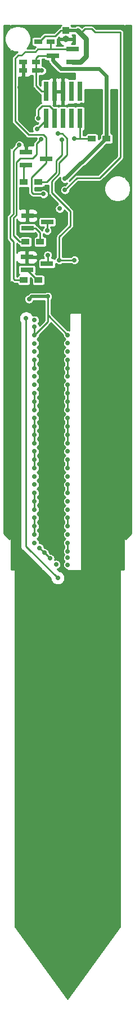
<source format=gbr>
G04 #@! TF.GenerationSoftware,KiCad,Pcbnew,(5.1.4)-1*
G04 #@! TF.CreationDate,2019-09-13T20:49:43-04:00*
G04 #@! TF.ProjectId,i2c-moist-sensor,6932632d-6d6f-4697-9374-2d73656e736f,rev?*
G04 #@! TF.SameCoordinates,Original*
G04 #@! TF.FileFunction,Copper,L2,Bot*
G04 #@! TF.FilePolarity,Positive*
%FSLAX46Y46*%
G04 Gerber Fmt 4.6, Leading zero omitted, Abs format (unit mm)*
G04 Created by KiCad (PCBNEW (5.1.4)-1) date 2019-09-13 20:49:43*
%MOMM*%
%LPD*%
G04 APERTURE LIST*
%ADD10R,0.800000X3.000000*%
%ADD11R,1.200000X0.900000*%
%ADD12R,1.200000X0.750000*%
%ADD13R,1.900000X0.800000*%
%ADD14R,1.000000X1.000000*%
%ADD15O,1.000000X1.000000*%
%ADD16C,0.700000*%
%ADD17C,0.254000*%
%ADD18C,0.600000*%
%ADD19C,0.500000*%
%ADD20C,0.800000*%
G04 APERTURE END LIST*
D10*
X59810000Y-39464000D03*
X54730000Y-35400000D03*
X59810000Y-35400000D03*
X54730000Y-39464000D03*
X58540000Y-39464000D03*
X56000000Y-35400000D03*
X58540000Y-35400000D03*
X56000000Y-39464000D03*
X57270000Y-39464000D03*
X57270000Y-35400000D03*
D11*
X51650000Y-58000000D03*
X53850000Y-58000000D03*
X51400000Y-63750000D03*
X53600000Y-63750000D03*
X53600000Y-49000000D03*
X51400000Y-49000000D03*
X61650000Y-42500000D03*
X63850000Y-42500000D03*
D12*
X51300000Y-32250000D03*
X53200000Y-32250000D03*
X51300000Y-31000000D03*
X53200000Y-31000000D03*
X53550000Y-27900000D03*
X55450000Y-27900000D03*
D13*
X58750000Y-29050000D03*
X58750000Y-30950000D03*
X55750000Y-30000000D03*
D14*
X57750000Y-26250000D03*
D15*
X57750000Y-27520000D03*
D13*
X54750000Y-45500000D03*
X51750000Y-44550000D03*
X51750000Y-46450000D03*
X54873200Y-61250000D03*
X51873200Y-60300000D03*
X51873200Y-62200000D03*
X51929080Y-55950000D03*
X51929080Y-54050000D03*
X54929080Y-55000000D03*
D16*
X52900000Y-26100000D03*
X53024757Y-69754951D03*
X53000000Y-70750000D03*
X55345119Y-105595119D03*
X53758622Y-104008622D03*
X52702737Y-106702737D03*
X51228329Y-105228329D03*
X50500000Y-103250000D03*
X50500000Y-100750000D03*
X53000000Y-100750000D03*
X50500000Y-98250000D03*
X53000000Y-98249994D03*
X50500000Y-95750000D03*
X53000000Y-95750006D03*
X50500000Y-90750000D03*
X53000000Y-90749992D03*
X53000000Y-93250000D03*
X50500000Y-93250010D03*
X50500000Y-88250006D03*
X53000000Y-88250006D03*
X50500000Y-85750000D03*
X53000000Y-85750000D03*
X50500000Y-83250000D03*
X53000000Y-83250006D03*
X50500000Y-80750000D03*
X53000000Y-80750000D03*
X50500000Y-78250004D03*
X53000000Y-78250000D03*
X53000000Y-75750000D03*
X50500000Y-75750000D03*
X53000000Y-73257938D03*
X60500000Y-90750000D03*
X58000000Y-90750000D03*
X58000004Y-88250000D03*
X60499996Y-88250000D03*
X58000000Y-85750000D03*
X60500000Y-85749994D03*
X60500000Y-83250000D03*
X58000000Y-83250000D03*
X60500000Y-80750000D03*
X58000000Y-80750000D03*
X60500006Y-73250000D03*
X58000000Y-73250006D03*
X58000000Y-75750000D03*
X60500000Y-75750000D03*
X60500000Y-78250000D03*
X58000000Y-78250006D03*
X60500000Y-93250000D03*
X58000000Y-93250000D03*
X58000000Y-95749984D03*
X60500000Y-95750000D03*
X58000000Y-98248063D03*
X60500000Y-98248063D03*
X58000000Y-100746139D03*
X60500000Y-100763982D03*
X58000000Y-103246781D03*
X60500000Y-103262214D03*
X60500000Y-105746856D03*
X58000000Y-105505330D03*
X53500000Y-107500000D03*
X52000000Y-106000000D03*
X56250000Y-106500000D03*
X54500000Y-104750000D03*
X53000000Y-103250000D03*
X50500000Y-104500000D03*
X58000000Y-106549990D03*
X60500000Y-107000000D03*
X50500000Y-74500000D03*
X50500000Y-77000000D03*
X50500000Y-79500000D03*
X50500000Y-82000000D03*
X50500000Y-84500000D03*
X50500000Y-87000000D03*
X50500000Y-89500000D03*
X50500000Y-92000000D03*
X50500000Y-94500000D03*
X50500000Y-97000000D03*
X50500000Y-99500000D03*
X50500000Y-102000000D03*
X53000000Y-102000000D03*
X53000000Y-99500000D03*
X53000000Y-97000000D03*
X53000000Y-94500000D03*
X53000000Y-92000000D03*
X53000000Y-89500000D03*
X53000000Y-87000000D03*
X53000000Y-84500000D03*
X53000000Y-82000000D03*
X53000000Y-79500000D03*
X53000000Y-77000000D03*
X53000000Y-74500000D03*
X53000000Y-72000000D03*
X60500000Y-69500000D03*
X60500000Y-72000000D03*
X60500000Y-74500000D03*
X60500000Y-77000000D03*
X60500000Y-79500000D03*
X60500000Y-82000000D03*
X60500000Y-84500000D03*
X60500000Y-87000000D03*
X60500000Y-89500000D03*
X60500000Y-92000000D03*
X60500000Y-94500000D03*
X60500000Y-97000000D03*
X60500000Y-99500000D03*
X60500000Y-102000000D03*
X60500000Y-104500000D03*
X58000000Y-104500000D03*
X58000000Y-102000000D03*
X58000000Y-99500000D03*
X58000000Y-97000000D03*
X58000000Y-94500000D03*
X58000000Y-92000000D03*
X58000000Y-89500000D03*
X58000000Y-87000000D03*
X58000000Y-84500000D03*
X58000000Y-82000000D03*
X58000000Y-79500000D03*
X58000000Y-77000000D03*
X58000000Y-74500000D03*
X58000000Y-72000000D03*
X55000000Y-66200000D03*
X62500000Y-59000000D03*
X50500000Y-72000000D03*
X50449997Y-69500000D03*
X50500000Y-66500000D03*
X50500000Y-70753515D03*
X50500000Y-73273302D03*
X50750000Y-34750000D03*
X52200000Y-43311802D03*
X55400000Y-33000000D03*
X57200000Y-54000000D03*
X62000000Y-46800000D03*
X55750000Y-62500000D03*
X58000000Y-70800000D03*
X55600000Y-71400000D03*
X51800000Y-65000000D03*
X62400000Y-39400000D03*
X60100000Y-37400000D03*
X54750000Y-53250000D03*
X54102000Y-32258000D03*
X57595200Y-48514000D03*
X56500000Y-108500000D03*
X51750000Y-69500000D03*
X59000000Y-42500000D03*
X52200000Y-66600000D03*
X55000000Y-60000000D03*
X59000000Y-60750000D03*
X56750000Y-60750000D03*
X56500000Y-41750000D03*
X56800000Y-53000000D03*
X57595200Y-50200000D03*
X54356000Y-50800000D03*
X53386000Y-41014000D03*
X53600000Y-39400000D03*
X54900000Y-56300000D03*
X57150000Y-42672000D03*
X50722990Y-43434000D03*
X54019986Y-42564800D03*
D17*
X53000000Y-72000000D02*
X53000000Y-70750000D01*
X54500000Y-104750000D02*
X55345119Y-105595119D01*
X53758622Y-104008622D02*
X54500000Y-104750000D01*
X51228329Y-105228329D02*
X52000000Y-106000000D01*
X50500000Y-102000000D02*
X50500000Y-100750000D01*
X50500000Y-97000000D02*
X50500000Y-98250000D01*
X53000000Y-97000000D02*
X53000000Y-98249994D01*
X50500000Y-97000000D02*
X50500000Y-95750000D01*
X53000000Y-97000000D02*
X53000000Y-95750006D01*
X50500000Y-92000000D02*
X50500000Y-90750000D01*
X50500000Y-89500000D02*
X50500000Y-90750000D01*
X50500000Y-87000000D02*
X50500000Y-88250006D01*
X53000000Y-87000000D02*
X53000000Y-88250006D01*
X50500000Y-87000000D02*
X50500000Y-85750000D01*
X50500000Y-84500000D02*
X50500000Y-85750000D01*
X53000000Y-87000000D02*
X53000000Y-85750000D01*
X53000000Y-84500000D02*
X53000000Y-85750000D01*
X53000000Y-82000000D02*
X53000000Y-83250006D01*
X53000000Y-82000000D02*
X53000000Y-80750000D01*
X53000000Y-77000000D02*
X53000000Y-75750000D01*
X58000000Y-92000000D02*
X58000000Y-90750000D01*
X58000000Y-88249996D02*
X58000004Y-88250000D01*
X58000000Y-87000000D02*
X58000000Y-88249996D01*
X58000000Y-87000000D02*
X58000000Y-85750000D01*
X58000000Y-84500000D02*
X58000000Y-85750000D01*
X60500000Y-87000000D02*
X60500000Y-85749994D01*
X60500000Y-84500000D02*
X60500000Y-85749994D01*
X60500000Y-82000000D02*
X60500000Y-83250000D01*
X58000000Y-82000000D02*
X58000000Y-83250000D01*
X60500000Y-79500000D02*
X60500000Y-80750000D01*
X60500000Y-82000000D02*
X60500000Y-80750000D01*
X58000000Y-82000000D02*
X58000000Y-80750000D01*
X58000000Y-79500000D02*
X58000000Y-80750000D01*
X58000000Y-77000000D02*
X58000000Y-75750000D01*
X60500000Y-77000000D02*
X60500000Y-75750000D01*
X60500000Y-74500000D02*
X60500000Y-75750000D01*
X60500000Y-77000000D02*
X60500000Y-78250000D01*
X58000000Y-77000000D02*
X58000000Y-78250006D01*
X58000000Y-94500000D02*
X58000000Y-95749984D01*
X60500000Y-94500000D02*
X60500000Y-95750000D01*
X58000000Y-99500000D02*
X58000000Y-100746139D01*
X60500000Y-100763982D02*
X60500000Y-99500000D01*
X58000000Y-104500000D02*
X58000000Y-103246781D01*
X60500000Y-104500000D02*
X60500000Y-105746856D01*
X50500000Y-102000000D02*
X50500000Y-104500000D01*
X50500000Y-77000000D02*
X50500000Y-74500000D01*
X50500000Y-82000000D02*
X50500000Y-79500000D01*
X53000000Y-99500000D02*
X53000000Y-102000000D01*
X53000000Y-89500000D02*
X53000000Y-92000000D01*
X55000000Y-66200000D02*
X55000000Y-70000000D01*
X55000000Y-70000000D02*
X53000000Y-72000000D01*
X60500000Y-72000000D02*
X60500000Y-69500000D01*
X60500000Y-92000000D02*
X60500000Y-89500000D01*
X55000000Y-66200000D02*
X55000000Y-69000000D01*
X55000000Y-69000000D02*
X58000000Y-72000000D01*
X55000000Y-66200000D02*
X55000000Y-68000000D01*
X50500000Y-69550003D02*
X50449997Y-69500000D01*
X50500000Y-70753515D02*
X50500000Y-69550003D01*
X60016936Y-34230000D02*
X60016936Y-35500000D01*
X51300000Y-31000000D02*
X51300000Y-32250000D01*
X51300000Y-34200000D02*
X51300000Y-32250000D01*
X50750000Y-34750000D02*
X51300000Y-34200000D01*
X51750000Y-44550000D02*
X51750000Y-43761802D01*
X51750000Y-43761802D02*
X52200000Y-43311802D01*
X56000000Y-35400000D02*
X57270000Y-35400000D01*
X53200000Y-31000000D02*
X53200000Y-32250000D01*
X53200000Y-30371000D02*
X53200000Y-31000000D01*
X53571000Y-30000000D02*
X53200000Y-30371000D01*
X55750000Y-30000000D02*
X53571000Y-30000000D01*
D18*
X59710936Y-32000000D02*
X57000000Y-32000000D01*
X55750000Y-30750000D02*
X55750000Y-30000000D01*
X57000000Y-32000000D02*
X55750000Y-30750000D01*
X63850000Y-33100000D02*
X63850000Y-42500000D01*
X62750000Y-32000000D02*
X63850000Y-33100000D01*
D17*
X53208000Y-32258000D02*
X53200000Y-32250000D01*
X54102000Y-32258000D02*
X53208000Y-32258000D01*
D18*
X59710936Y-32000000D02*
X59948000Y-32000000D01*
X59948000Y-32000000D02*
X62750000Y-32000000D01*
D17*
X63850000Y-42500000D02*
X63700000Y-42500000D01*
D18*
X63700000Y-42500000D02*
X60198000Y-46002000D01*
D17*
X60198000Y-46002000D02*
X60107200Y-46002000D01*
D18*
X60107200Y-46002000D02*
X57595200Y-48514000D01*
D17*
X53200000Y-32879000D02*
X53200000Y-32250000D01*
X53200000Y-34524000D02*
X53200000Y-32879000D01*
X54076000Y-35400000D02*
X53200000Y-34524000D01*
X54730000Y-35400000D02*
X54076000Y-35400000D01*
X51750000Y-103750000D02*
X52000000Y-104000000D01*
X52000000Y-104000000D02*
X56500000Y-108500000D01*
X51750000Y-69500000D02*
X51750000Y-103750000D01*
X59810000Y-39464000D02*
X59810000Y-41690000D01*
X59810000Y-42390000D02*
X59700000Y-42500000D01*
X59810000Y-41690000D02*
X59810000Y-42390000D01*
X61650000Y-42500000D02*
X59700000Y-42500000D01*
X59700000Y-42500000D02*
X59000000Y-42500000D01*
D19*
X54450000Y-66200000D02*
X55000000Y-66200000D01*
X54450000Y-66200000D02*
X54200000Y-66200000D01*
X52600000Y-66200000D02*
X52200000Y-66600000D01*
X54200000Y-66200000D02*
X52600000Y-66200000D01*
D17*
X55000000Y-61123200D02*
X54873200Y-61250000D01*
X55000000Y-60000000D02*
X55000000Y-61123200D01*
X59000000Y-60750000D02*
X56750000Y-60750000D01*
X58400000Y-55600000D02*
X56750000Y-57250000D01*
X58400000Y-53400000D02*
X58400000Y-55600000D01*
X55600000Y-50600000D02*
X58400000Y-53400000D01*
X55600000Y-48896671D02*
X55600000Y-50600000D01*
X56500000Y-41750000D02*
X57197106Y-41750000D01*
X57197106Y-41750000D02*
X57912000Y-42464894D01*
X56750000Y-57250000D02*
X56750000Y-60750000D01*
X57912000Y-42464894D02*
X57912000Y-44920000D01*
X57912000Y-44920000D02*
X56750000Y-46082000D01*
X56750000Y-46082000D02*
X56750000Y-47746671D01*
X56750000Y-47746671D02*
X55600000Y-48896671D01*
D20*
X59954000Y-30950000D02*
X60750000Y-30154000D01*
X58750000Y-30950000D02*
X59954000Y-30950000D01*
X60750000Y-30154000D02*
X60750000Y-27500000D01*
D17*
X60104810Y-26495190D02*
X60025000Y-26495190D01*
X60600000Y-26000000D02*
X60104810Y-26495190D01*
X61600000Y-26000000D02*
X60600000Y-26000000D01*
X62095190Y-26495190D02*
X61600000Y-26000000D01*
X57595200Y-50200000D02*
X59395200Y-48400000D01*
X59395200Y-48400000D02*
X62800000Y-48400000D01*
X62800000Y-48400000D02*
X65904810Y-45295190D01*
X65904810Y-45295190D02*
X65904810Y-26504810D01*
X65904810Y-26504810D02*
X65895190Y-26495190D01*
X65895190Y-26495190D02*
X62095190Y-26495190D01*
X53775000Y-27900000D02*
X53550000Y-27900000D01*
X54575000Y-27100000D02*
X53775000Y-27900000D01*
X56146000Y-27100000D02*
X54575000Y-27100000D01*
X56996000Y-26250000D02*
X56146000Y-27100000D01*
X57750000Y-26250000D02*
X56996000Y-26250000D01*
D19*
X57750000Y-26250000D02*
X59500000Y-26250000D01*
D20*
X59500000Y-26250000D02*
X60750000Y-27500000D01*
D17*
X58450000Y-28750000D02*
X58750000Y-29050000D01*
X54750000Y-46154000D02*
X52578000Y-48326000D01*
X54750000Y-45500000D02*
X54750000Y-46154000D01*
X52578000Y-48326000D02*
X52578000Y-50546000D01*
X52578000Y-50546000D02*
X52832000Y-50800000D01*
X52832000Y-50800000D02*
X54356000Y-50800000D01*
X54750000Y-42304000D02*
X54356000Y-41910000D01*
X54750000Y-45500000D02*
X54750000Y-42304000D01*
X54356000Y-41910000D02*
X52110000Y-41910000D01*
X52110000Y-41910000D02*
X50095199Y-39895199D01*
X50095199Y-39895199D02*
X50095199Y-30422801D01*
X50095199Y-30422801D02*
X50546000Y-29972000D01*
X55450000Y-28529000D02*
X55450000Y-28750000D01*
X57546000Y-29050000D02*
X57510500Y-29014500D01*
X58750000Y-29050000D02*
X57546000Y-29050000D01*
X55450000Y-28529000D02*
X55450000Y-29050000D01*
X55450000Y-27900000D02*
X55450000Y-28529000D01*
X58750000Y-29050000D02*
X55450000Y-29050000D01*
X53950000Y-29050000D02*
X53779000Y-29050000D01*
X55450000Y-29050000D02*
X53950000Y-29050000D01*
X51028000Y-29972000D02*
X50546000Y-29972000D01*
X51595199Y-29404801D02*
X51028000Y-29972000D01*
X53509602Y-29050000D02*
X53154801Y-29404801D01*
X58750000Y-29050000D02*
X53509602Y-29050000D01*
X53154801Y-29404801D02*
X51595199Y-29404801D01*
X54730000Y-39464000D02*
X54730000Y-40520000D01*
X54730000Y-39670000D02*
X53386000Y-41014000D01*
X54730000Y-39464000D02*
X54730000Y-39670000D01*
X56000000Y-38364000D02*
X55236000Y-37600000D01*
X56000000Y-39464000D02*
X56000000Y-38364000D01*
X53600000Y-38145358D02*
X53600000Y-39400000D01*
X55236000Y-37600000D02*
X54145358Y-37600000D01*
X54145358Y-37600000D02*
X53600000Y-38145358D01*
X51400000Y-46800000D02*
X51750000Y-46450000D01*
X51400000Y-49000000D02*
X51400000Y-46800000D01*
X53423200Y-63750000D02*
X51873200Y-62200000D01*
X53600000Y-63750000D02*
X53423200Y-63750000D01*
X51929080Y-55950000D02*
X53156000Y-55950000D01*
X53850000Y-56644000D02*
X53850000Y-58000000D01*
X53156000Y-55950000D02*
X53850000Y-56644000D01*
X54928436Y-54999356D02*
X54929080Y-55000000D01*
X54929080Y-55000000D02*
X54929080Y-56270920D01*
X54929080Y-56270920D02*
X54900000Y-56300000D01*
X57150000Y-42672000D02*
X57150000Y-44958000D01*
X56318190Y-45789810D02*
X56318190Y-47567810D01*
X57150000Y-44958000D02*
X56318190Y-45789810D01*
X54886000Y-49000000D02*
X53600000Y-49000000D01*
X56318190Y-47567810D02*
X54886000Y-49000000D01*
X50034000Y-63750000D02*
X51400000Y-63750000D01*
X49836103Y-63552103D02*
X50034000Y-63750000D01*
X50722990Y-43434000D02*
X49836103Y-44320887D01*
X49836103Y-44320887D02*
X49836103Y-53795897D01*
X49836103Y-53795897D02*
X49354810Y-54277190D01*
X49354810Y-57482810D02*
X49836103Y-57964103D01*
X49354810Y-54277190D02*
X49354810Y-57482810D01*
X49836103Y-57964103D02*
X49836103Y-63552103D01*
X50796000Y-58000000D02*
X49836103Y-57040103D01*
X51650000Y-58000000D02*
X50796000Y-58000000D01*
X49836103Y-54406567D02*
X50292000Y-53950670D01*
X49836103Y-57040103D02*
X49836103Y-54406567D01*
X50292000Y-46009358D02*
X50835358Y-45466000D01*
X50292000Y-53950670D02*
X50292000Y-46009358D01*
X52732642Y-45466000D02*
X53340000Y-44858642D01*
X50835358Y-45466000D02*
X52732642Y-45466000D01*
X53340000Y-44858642D02*
X53340000Y-44241358D01*
X53340000Y-43244786D02*
X54019986Y-42564800D01*
X53340000Y-43688000D02*
X53340000Y-43244786D01*
X53340000Y-44241358D02*
X53340000Y-43688000D01*
G36*
X55429124Y-108636862D02*
G01*
X55464389Y-108814149D01*
X55545575Y-109010151D01*
X55663440Y-109186547D01*
X55813453Y-109336560D01*
X55989849Y-109454425D01*
X56185851Y-109535611D01*
X56393925Y-109577000D01*
X56606075Y-109577000D01*
X56814149Y-109535611D01*
X57010151Y-109454425D01*
X57186547Y-109336560D01*
X57336560Y-109186547D01*
X57454425Y-109010151D01*
X57535611Y-108814149D01*
X57577000Y-108606075D01*
X57577000Y-108393925D01*
X57535611Y-108185851D01*
X57454425Y-107989849D01*
X57336560Y-107813453D01*
X57186547Y-107663440D01*
X57010151Y-107545575D01*
X56814149Y-107464389D01*
X56636862Y-107429124D01*
X56634738Y-107427000D01*
X65873000Y-107427000D01*
X65873000Y-160958702D01*
X58000000Y-171784077D01*
X50127000Y-160958702D01*
X50127000Y-107427000D01*
X54219262Y-107427000D01*
X55429124Y-108636862D01*
X55429124Y-108636862D01*
G37*
X55429124Y-108636862D02*
X55464389Y-108814149D01*
X55545575Y-109010151D01*
X55663440Y-109186547D01*
X55813453Y-109336560D01*
X55989849Y-109454425D01*
X56185851Y-109535611D01*
X56393925Y-109577000D01*
X56606075Y-109577000D01*
X56814149Y-109535611D01*
X57010151Y-109454425D01*
X57186547Y-109336560D01*
X57336560Y-109186547D01*
X57454425Y-109010151D01*
X57535611Y-108814149D01*
X57577000Y-108606075D01*
X57577000Y-108393925D01*
X57535611Y-108185851D01*
X57454425Y-107989849D01*
X57336560Y-107813453D01*
X57186547Y-107663440D01*
X57010151Y-107545575D01*
X56814149Y-107464389D01*
X56636862Y-107429124D01*
X56634738Y-107427000D01*
X65873000Y-107427000D01*
X65873000Y-160958702D01*
X58000000Y-171784077D01*
X50127000Y-160958702D01*
X50127000Y-107427000D01*
X54219262Y-107427000D01*
X55429124Y-108636862D01*
G36*
X57269000Y-71987420D02*
G01*
X57269000Y-72071997D01*
X57297092Y-72213225D01*
X57352196Y-72346258D01*
X57432195Y-72465985D01*
X57534015Y-72567805D01*
X57619618Y-72625003D01*
X57534015Y-72682201D01*
X57432195Y-72784021D01*
X57352196Y-72903748D01*
X57297092Y-73036781D01*
X57269000Y-73178009D01*
X57269000Y-73322003D01*
X57297092Y-73463231D01*
X57352196Y-73596264D01*
X57432195Y-73715991D01*
X57534015Y-73817811D01*
X57619609Y-73875003D01*
X57534015Y-73932195D01*
X57432195Y-74034015D01*
X57352196Y-74153742D01*
X57297092Y-74286775D01*
X57269000Y-74428003D01*
X57269000Y-74571997D01*
X57297092Y-74713225D01*
X57352196Y-74846258D01*
X57432195Y-74965985D01*
X57534015Y-75067805D01*
X57619613Y-75125000D01*
X57534015Y-75182195D01*
X57432195Y-75284015D01*
X57352196Y-75403742D01*
X57297092Y-75536775D01*
X57269000Y-75678003D01*
X57269000Y-75821997D01*
X57297092Y-75963225D01*
X57352196Y-76096258D01*
X57432195Y-76215985D01*
X57492001Y-76275791D01*
X57492000Y-76474210D01*
X57432195Y-76534015D01*
X57352196Y-76653742D01*
X57297092Y-76786775D01*
X57269000Y-76928003D01*
X57269000Y-77071997D01*
X57297092Y-77213225D01*
X57352196Y-77346258D01*
X57432195Y-77465985D01*
X57492000Y-77525790D01*
X57492001Y-77724215D01*
X57432195Y-77784021D01*
X57352196Y-77903748D01*
X57297092Y-78036781D01*
X57269000Y-78178009D01*
X57269000Y-78322003D01*
X57297092Y-78463231D01*
X57352196Y-78596264D01*
X57432195Y-78715991D01*
X57534015Y-78817811D01*
X57619609Y-78875003D01*
X57534015Y-78932195D01*
X57432195Y-79034015D01*
X57352196Y-79153742D01*
X57297092Y-79286775D01*
X57269000Y-79428003D01*
X57269000Y-79571997D01*
X57297092Y-79713225D01*
X57352196Y-79846258D01*
X57432195Y-79965985D01*
X57492000Y-80025790D01*
X57492001Y-80224209D01*
X57432195Y-80284015D01*
X57352196Y-80403742D01*
X57297092Y-80536775D01*
X57269000Y-80678003D01*
X57269000Y-80821997D01*
X57297092Y-80963225D01*
X57352196Y-81096258D01*
X57432195Y-81215985D01*
X57492001Y-81275791D01*
X57492000Y-81474210D01*
X57432195Y-81534015D01*
X57352196Y-81653742D01*
X57297092Y-81786775D01*
X57269000Y-81928003D01*
X57269000Y-82071997D01*
X57297092Y-82213225D01*
X57352196Y-82346258D01*
X57432195Y-82465985D01*
X57492000Y-82525790D01*
X57492001Y-82724209D01*
X57432195Y-82784015D01*
X57352196Y-82903742D01*
X57297092Y-83036775D01*
X57269000Y-83178003D01*
X57269000Y-83321997D01*
X57297092Y-83463225D01*
X57352196Y-83596258D01*
X57432195Y-83715985D01*
X57534015Y-83817805D01*
X57619613Y-83875000D01*
X57534015Y-83932195D01*
X57432195Y-84034015D01*
X57352196Y-84153742D01*
X57297092Y-84286775D01*
X57269000Y-84428003D01*
X57269000Y-84571997D01*
X57297092Y-84713225D01*
X57352196Y-84846258D01*
X57432195Y-84965985D01*
X57492000Y-85025790D01*
X57492001Y-85224209D01*
X57432195Y-85284015D01*
X57352196Y-85403742D01*
X57297092Y-85536775D01*
X57269000Y-85678003D01*
X57269000Y-85821997D01*
X57297092Y-85963225D01*
X57352196Y-86096258D01*
X57432195Y-86215985D01*
X57492001Y-86275791D01*
X57492000Y-86474210D01*
X57432195Y-86534015D01*
X57352196Y-86653742D01*
X57297092Y-86786775D01*
X57269000Y-86928003D01*
X57269000Y-87071997D01*
X57297092Y-87213225D01*
X57352196Y-87346258D01*
X57432195Y-87465985D01*
X57492000Y-87525790D01*
X57492001Y-87724213D01*
X57432199Y-87784015D01*
X57352200Y-87903742D01*
X57297096Y-88036775D01*
X57269004Y-88178003D01*
X57269004Y-88321997D01*
X57297096Y-88463225D01*
X57352200Y-88596258D01*
X57432199Y-88715985D01*
X57534019Y-88817805D01*
X57619615Y-88874999D01*
X57534015Y-88932195D01*
X57432195Y-89034015D01*
X57352196Y-89153742D01*
X57297092Y-89286775D01*
X57269000Y-89428003D01*
X57269000Y-89571997D01*
X57297092Y-89713225D01*
X57352196Y-89846258D01*
X57432195Y-89965985D01*
X57534015Y-90067805D01*
X57619613Y-90125000D01*
X57534015Y-90182195D01*
X57432195Y-90284015D01*
X57352196Y-90403742D01*
X57297092Y-90536775D01*
X57269000Y-90678003D01*
X57269000Y-90821997D01*
X57297092Y-90963225D01*
X57352196Y-91096258D01*
X57432195Y-91215985D01*
X57492001Y-91275791D01*
X57492000Y-91474210D01*
X57432195Y-91534015D01*
X57352196Y-91653742D01*
X57297092Y-91786775D01*
X57269000Y-91928003D01*
X57269000Y-92071997D01*
X57297092Y-92213225D01*
X57352196Y-92346258D01*
X57432195Y-92465985D01*
X57534015Y-92567805D01*
X57619613Y-92625000D01*
X57534015Y-92682195D01*
X57432195Y-92784015D01*
X57352196Y-92903742D01*
X57297092Y-93036775D01*
X57269000Y-93178003D01*
X57269000Y-93321997D01*
X57297092Y-93463225D01*
X57352196Y-93596258D01*
X57432195Y-93715985D01*
X57534015Y-93817805D01*
X57619613Y-93875000D01*
X57534015Y-93932195D01*
X57432195Y-94034015D01*
X57352196Y-94153742D01*
X57297092Y-94286775D01*
X57269000Y-94428003D01*
X57269000Y-94571997D01*
X57297092Y-94713225D01*
X57352196Y-94846258D01*
X57432195Y-94965985D01*
X57492000Y-95025790D01*
X57492001Y-95224193D01*
X57432195Y-95283999D01*
X57352196Y-95403726D01*
X57297092Y-95536759D01*
X57269000Y-95677987D01*
X57269000Y-95821981D01*
X57297092Y-95963209D01*
X57352196Y-96096242D01*
X57432195Y-96215969D01*
X57534015Y-96317789D01*
X57619625Y-96374992D01*
X57534015Y-96432195D01*
X57432195Y-96534015D01*
X57352196Y-96653742D01*
X57297092Y-96786775D01*
X57269000Y-96928003D01*
X57269000Y-97071997D01*
X57297092Y-97213225D01*
X57352196Y-97346258D01*
X57432195Y-97465985D01*
X57534015Y-97567805D01*
X57618164Y-97624032D01*
X57534015Y-97680258D01*
X57432195Y-97782078D01*
X57352196Y-97901805D01*
X57297092Y-98034838D01*
X57269000Y-98176066D01*
X57269000Y-98320060D01*
X57297092Y-98461288D01*
X57352196Y-98594321D01*
X57432195Y-98714048D01*
X57534015Y-98815868D01*
X57621063Y-98874032D01*
X57534015Y-98932195D01*
X57432195Y-99034015D01*
X57352196Y-99153742D01*
X57297092Y-99286775D01*
X57269000Y-99428003D01*
X57269000Y-99571997D01*
X57297092Y-99713225D01*
X57352196Y-99846258D01*
X57432195Y-99965985D01*
X57492000Y-100025790D01*
X57492001Y-100220348D01*
X57432195Y-100280154D01*
X57352196Y-100399881D01*
X57297092Y-100532914D01*
X57269000Y-100674142D01*
X57269000Y-100818136D01*
X57297092Y-100959364D01*
X57352196Y-101092397D01*
X57432195Y-101212124D01*
X57534015Y-101313944D01*
X57622503Y-101373070D01*
X57534015Y-101432195D01*
X57432195Y-101534015D01*
X57352196Y-101653742D01*
X57297092Y-101786775D01*
X57269000Y-101928003D01*
X57269000Y-102071997D01*
X57297092Y-102213225D01*
X57352196Y-102346258D01*
X57432195Y-102465985D01*
X57534015Y-102567805D01*
X57617205Y-102623391D01*
X57534015Y-102678976D01*
X57432195Y-102780796D01*
X57352196Y-102900523D01*
X57297092Y-103033556D01*
X57269000Y-103174784D01*
X57269000Y-103318778D01*
X57297092Y-103460006D01*
X57352196Y-103593039D01*
X57432195Y-103712766D01*
X57492001Y-103772572D01*
X57492000Y-103974210D01*
X57432195Y-104034015D01*
X57352196Y-104153742D01*
X57297092Y-104286775D01*
X57269000Y-104428003D01*
X57269000Y-104571997D01*
X57297092Y-104713225D01*
X57352196Y-104846258D01*
X57432195Y-104965985D01*
X57468875Y-105002665D01*
X57432195Y-105039345D01*
X57352196Y-105159072D01*
X57297092Y-105292105D01*
X57269000Y-105433333D01*
X57269000Y-105577327D01*
X57297092Y-105718555D01*
X57352196Y-105851588D01*
X57432195Y-105971315D01*
X57488540Y-106027660D01*
X57432195Y-106084005D01*
X57352196Y-106203732D01*
X57297092Y-106336765D01*
X57269000Y-106477993D01*
X57269000Y-106621987D01*
X57297092Y-106763215D01*
X57352196Y-106896248D01*
X57432195Y-107015975D01*
X57534015Y-107117795D01*
X57653742Y-107197794D01*
X57786775Y-107252898D01*
X57887835Y-107273000D01*
X56480738Y-107273000D01*
X56419369Y-107211631D01*
X56463225Y-107202908D01*
X56596258Y-107147804D01*
X56715985Y-107067805D01*
X56817805Y-106965985D01*
X56897804Y-106846258D01*
X56952908Y-106713225D01*
X56981000Y-106571997D01*
X56981000Y-106428003D01*
X56952908Y-106286775D01*
X56897804Y-106153742D01*
X56817805Y-106034015D01*
X56715985Y-105932195D01*
X56596258Y-105852196D01*
X56463225Y-105797092D01*
X56321997Y-105769000D01*
X56178003Y-105769000D01*
X56050821Y-105794298D01*
X56076119Y-105667116D01*
X56076119Y-105523122D01*
X56048027Y-105381894D01*
X55992923Y-105248861D01*
X55912924Y-105129134D01*
X55811104Y-105027314D01*
X55691377Y-104947315D01*
X55558344Y-104892211D01*
X55417116Y-104864119D01*
X55332539Y-104864119D01*
X55231000Y-104762580D01*
X55231000Y-104678003D01*
X55202908Y-104536775D01*
X55147804Y-104403742D01*
X55067805Y-104284015D01*
X54965985Y-104182195D01*
X54846258Y-104102196D01*
X54713225Y-104047092D01*
X54571997Y-104019000D01*
X54489622Y-104019000D01*
X54489622Y-103936625D01*
X54461530Y-103795397D01*
X54406426Y-103662364D01*
X54326427Y-103542637D01*
X54224607Y-103440817D01*
X54104880Y-103360818D01*
X53971847Y-103305714D01*
X53830619Y-103277622D01*
X53731000Y-103277622D01*
X53731000Y-103178003D01*
X53702908Y-103036775D01*
X53647804Y-102903742D01*
X53567805Y-102784015D01*
X53465985Y-102682195D01*
X53380387Y-102625000D01*
X53465985Y-102567805D01*
X53567805Y-102465985D01*
X53647804Y-102346258D01*
X53702908Y-102213225D01*
X53731000Y-102071997D01*
X53731000Y-101928003D01*
X53702908Y-101786775D01*
X53647804Y-101653742D01*
X53567805Y-101534015D01*
X53508000Y-101474210D01*
X53508000Y-101275790D01*
X53567805Y-101215985D01*
X53647804Y-101096258D01*
X53702908Y-100963225D01*
X53731000Y-100821997D01*
X53731000Y-100678003D01*
X53702908Y-100536775D01*
X53647804Y-100403742D01*
X53567805Y-100284015D01*
X53508000Y-100224210D01*
X53508000Y-100025790D01*
X53567805Y-99965985D01*
X53647804Y-99846258D01*
X53702908Y-99713225D01*
X53731000Y-99571997D01*
X53731000Y-99428003D01*
X53702908Y-99286775D01*
X53647804Y-99153742D01*
X53567805Y-99034015D01*
X53465985Y-98932195D01*
X53380382Y-98874997D01*
X53465985Y-98817799D01*
X53567805Y-98715979D01*
X53647804Y-98596252D01*
X53702908Y-98463219D01*
X53731000Y-98321991D01*
X53731000Y-98177997D01*
X53702908Y-98036769D01*
X53647804Y-97903736D01*
X53567805Y-97784009D01*
X53508000Y-97724204D01*
X53508000Y-97525790D01*
X53567805Y-97465985D01*
X53647804Y-97346258D01*
X53702908Y-97213225D01*
X53731000Y-97071997D01*
X53731000Y-96928003D01*
X53702908Y-96786775D01*
X53647804Y-96653742D01*
X53567805Y-96534015D01*
X53508000Y-96474210D01*
X53508000Y-96275796D01*
X53567805Y-96215991D01*
X53647804Y-96096264D01*
X53702908Y-95963231D01*
X53731000Y-95822003D01*
X53731000Y-95678009D01*
X53702908Y-95536781D01*
X53647804Y-95403748D01*
X53567805Y-95284021D01*
X53465985Y-95182201D01*
X53380382Y-95125003D01*
X53465985Y-95067805D01*
X53567805Y-94965985D01*
X53647804Y-94846258D01*
X53702908Y-94713225D01*
X53731000Y-94571997D01*
X53731000Y-94428003D01*
X53702908Y-94286775D01*
X53647804Y-94153742D01*
X53567805Y-94034015D01*
X53465985Y-93932195D01*
X53380387Y-93875000D01*
X53465985Y-93817805D01*
X53567805Y-93715985D01*
X53647804Y-93596258D01*
X53702908Y-93463225D01*
X53731000Y-93321997D01*
X53731000Y-93178003D01*
X53702908Y-93036775D01*
X53647804Y-92903742D01*
X53567805Y-92784015D01*
X53465985Y-92682195D01*
X53380387Y-92625000D01*
X53465985Y-92567805D01*
X53567805Y-92465985D01*
X53647804Y-92346258D01*
X53702908Y-92213225D01*
X53731000Y-92071997D01*
X53731000Y-91928003D01*
X53702908Y-91786775D01*
X53647804Y-91653742D01*
X53567805Y-91534015D01*
X53508000Y-91474210D01*
X53508000Y-91275782D01*
X53567805Y-91215977D01*
X53647804Y-91096250D01*
X53702908Y-90963217D01*
X53731000Y-90821989D01*
X53731000Y-90677995D01*
X53702908Y-90536767D01*
X53647804Y-90403734D01*
X53567805Y-90284007D01*
X53508000Y-90224202D01*
X53508000Y-90025790D01*
X53567805Y-89965985D01*
X53647804Y-89846258D01*
X53702908Y-89713225D01*
X53731000Y-89571997D01*
X53731000Y-89428003D01*
X53702908Y-89286775D01*
X53647804Y-89153742D01*
X53567805Y-89034015D01*
X53465985Y-88932195D01*
X53380391Y-88875003D01*
X53465985Y-88817811D01*
X53567805Y-88715991D01*
X53647804Y-88596264D01*
X53702908Y-88463231D01*
X53731000Y-88322003D01*
X53731000Y-88178009D01*
X53702908Y-88036781D01*
X53647804Y-87903748D01*
X53567805Y-87784021D01*
X53508000Y-87724216D01*
X53508000Y-87525790D01*
X53567805Y-87465985D01*
X53647804Y-87346258D01*
X53702908Y-87213225D01*
X53731000Y-87071997D01*
X53731000Y-86928003D01*
X53702908Y-86786775D01*
X53647804Y-86653742D01*
X53567805Y-86534015D01*
X53508000Y-86474210D01*
X53508000Y-86275790D01*
X53567805Y-86215985D01*
X53647804Y-86096258D01*
X53702908Y-85963225D01*
X53731000Y-85821997D01*
X53731000Y-85678003D01*
X53702908Y-85536775D01*
X53647804Y-85403742D01*
X53567805Y-85284015D01*
X53508000Y-85224210D01*
X53508000Y-85025790D01*
X53567805Y-84965985D01*
X53647804Y-84846258D01*
X53702908Y-84713225D01*
X53731000Y-84571997D01*
X53731000Y-84428003D01*
X53702908Y-84286775D01*
X53647804Y-84153742D01*
X53567805Y-84034015D01*
X53465985Y-83932195D01*
X53380391Y-83875003D01*
X53465985Y-83817811D01*
X53567805Y-83715991D01*
X53647804Y-83596264D01*
X53702908Y-83463231D01*
X53731000Y-83322003D01*
X53731000Y-83178009D01*
X53702908Y-83036781D01*
X53647804Y-82903748D01*
X53567805Y-82784021D01*
X53508000Y-82724216D01*
X53508000Y-82525790D01*
X53567805Y-82465985D01*
X53647804Y-82346258D01*
X53702908Y-82213225D01*
X53731000Y-82071997D01*
X53731000Y-81928003D01*
X53702908Y-81786775D01*
X53647804Y-81653742D01*
X53567805Y-81534015D01*
X53508000Y-81474210D01*
X53508000Y-81275790D01*
X53567805Y-81215985D01*
X53647804Y-81096258D01*
X53702908Y-80963225D01*
X53731000Y-80821997D01*
X53731000Y-80678003D01*
X53702908Y-80536775D01*
X53647804Y-80403742D01*
X53567805Y-80284015D01*
X53465985Y-80182195D01*
X53380387Y-80125000D01*
X53465985Y-80067805D01*
X53567805Y-79965985D01*
X53647804Y-79846258D01*
X53702908Y-79713225D01*
X53731000Y-79571997D01*
X53731000Y-79428003D01*
X53702908Y-79286775D01*
X53647804Y-79153742D01*
X53567805Y-79034015D01*
X53465985Y-78932195D01*
X53380387Y-78875000D01*
X53465985Y-78817805D01*
X53567805Y-78715985D01*
X53647804Y-78596258D01*
X53702908Y-78463225D01*
X53731000Y-78321997D01*
X53731000Y-78178003D01*
X53702908Y-78036775D01*
X53647804Y-77903742D01*
X53567805Y-77784015D01*
X53465985Y-77682195D01*
X53380387Y-77625000D01*
X53465985Y-77567805D01*
X53567805Y-77465985D01*
X53647804Y-77346258D01*
X53702908Y-77213225D01*
X53731000Y-77071997D01*
X53731000Y-76928003D01*
X53702908Y-76786775D01*
X53647804Y-76653742D01*
X53567805Y-76534015D01*
X53508000Y-76474210D01*
X53508000Y-76275790D01*
X53567805Y-76215985D01*
X53647804Y-76096258D01*
X53702908Y-75963225D01*
X53731000Y-75821997D01*
X53731000Y-75678003D01*
X53702908Y-75536775D01*
X53647804Y-75403742D01*
X53567805Y-75284015D01*
X53465985Y-75182195D01*
X53380387Y-75125000D01*
X53465985Y-75067805D01*
X53567805Y-74965985D01*
X53647804Y-74846258D01*
X53702908Y-74713225D01*
X53731000Y-74571997D01*
X53731000Y-74428003D01*
X53702908Y-74286775D01*
X53647804Y-74153742D01*
X53567805Y-74034015D01*
X53465985Y-73932195D01*
X53386327Y-73878969D01*
X53465985Y-73825743D01*
X53567805Y-73723923D01*
X53647804Y-73604196D01*
X53702908Y-73471163D01*
X53731000Y-73329935D01*
X53731000Y-73185941D01*
X53702908Y-73044713D01*
X53647804Y-72911680D01*
X53567805Y-72791953D01*
X53465985Y-72690133D01*
X53374447Y-72628969D01*
X53465985Y-72567805D01*
X53567805Y-72465985D01*
X53647804Y-72346258D01*
X53702908Y-72213225D01*
X53731000Y-72071997D01*
X53731000Y-71987420D01*
X55341571Y-70376850D01*
X55360948Y-70360948D01*
X55392291Y-70322756D01*
X55424429Y-70283596D01*
X55471600Y-70195344D01*
X55471601Y-70195343D01*
X55472840Y-70191260D01*
X57269000Y-71987420D01*
X57269000Y-71987420D01*
G37*
X57269000Y-71987420D02*
X57269000Y-72071997D01*
X57297092Y-72213225D01*
X57352196Y-72346258D01*
X57432195Y-72465985D01*
X57534015Y-72567805D01*
X57619618Y-72625003D01*
X57534015Y-72682201D01*
X57432195Y-72784021D01*
X57352196Y-72903748D01*
X57297092Y-73036781D01*
X57269000Y-73178009D01*
X57269000Y-73322003D01*
X57297092Y-73463231D01*
X57352196Y-73596264D01*
X57432195Y-73715991D01*
X57534015Y-73817811D01*
X57619609Y-73875003D01*
X57534015Y-73932195D01*
X57432195Y-74034015D01*
X57352196Y-74153742D01*
X57297092Y-74286775D01*
X57269000Y-74428003D01*
X57269000Y-74571997D01*
X57297092Y-74713225D01*
X57352196Y-74846258D01*
X57432195Y-74965985D01*
X57534015Y-75067805D01*
X57619613Y-75125000D01*
X57534015Y-75182195D01*
X57432195Y-75284015D01*
X57352196Y-75403742D01*
X57297092Y-75536775D01*
X57269000Y-75678003D01*
X57269000Y-75821997D01*
X57297092Y-75963225D01*
X57352196Y-76096258D01*
X57432195Y-76215985D01*
X57492001Y-76275791D01*
X57492000Y-76474210D01*
X57432195Y-76534015D01*
X57352196Y-76653742D01*
X57297092Y-76786775D01*
X57269000Y-76928003D01*
X57269000Y-77071997D01*
X57297092Y-77213225D01*
X57352196Y-77346258D01*
X57432195Y-77465985D01*
X57492000Y-77525790D01*
X57492001Y-77724215D01*
X57432195Y-77784021D01*
X57352196Y-77903748D01*
X57297092Y-78036781D01*
X57269000Y-78178009D01*
X57269000Y-78322003D01*
X57297092Y-78463231D01*
X57352196Y-78596264D01*
X57432195Y-78715991D01*
X57534015Y-78817811D01*
X57619609Y-78875003D01*
X57534015Y-78932195D01*
X57432195Y-79034015D01*
X57352196Y-79153742D01*
X57297092Y-79286775D01*
X57269000Y-79428003D01*
X57269000Y-79571997D01*
X57297092Y-79713225D01*
X57352196Y-79846258D01*
X57432195Y-79965985D01*
X57492000Y-80025790D01*
X57492001Y-80224209D01*
X57432195Y-80284015D01*
X57352196Y-80403742D01*
X57297092Y-80536775D01*
X57269000Y-80678003D01*
X57269000Y-80821997D01*
X57297092Y-80963225D01*
X57352196Y-81096258D01*
X57432195Y-81215985D01*
X57492001Y-81275791D01*
X57492000Y-81474210D01*
X57432195Y-81534015D01*
X57352196Y-81653742D01*
X57297092Y-81786775D01*
X57269000Y-81928003D01*
X57269000Y-82071997D01*
X57297092Y-82213225D01*
X57352196Y-82346258D01*
X57432195Y-82465985D01*
X57492000Y-82525790D01*
X57492001Y-82724209D01*
X57432195Y-82784015D01*
X57352196Y-82903742D01*
X57297092Y-83036775D01*
X57269000Y-83178003D01*
X57269000Y-83321997D01*
X57297092Y-83463225D01*
X57352196Y-83596258D01*
X57432195Y-83715985D01*
X57534015Y-83817805D01*
X57619613Y-83875000D01*
X57534015Y-83932195D01*
X57432195Y-84034015D01*
X57352196Y-84153742D01*
X57297092Y-84286775D01*
X57269000Y-84428003D01*
X57269000Y-84571997D01*
X57297092Y-84713225D01*
X57352196Y-84846258D01*
X57432195Y-84965985D01*
X57492000Y-85025790D01*
X57492001Y-85224209D01*
X57432195Y-85284015D01*
X57352196Y-85403742D01*
X57297092Y-85536775D01*
X57269000Y-85678003D01*
X57269000Y-85821997D01*
X57297092Y-85963225D01*
X57352196Y-86096258D01*
X57432195Y-86215985D01*
X57492001Y-86275791D01*
X57492000Y-86474210D01*
X57432195Y-86534015D01*
X57352196Y-86653742D01*
X57297092Y-86786775D01*
X57269000Y-86928003D01*
X57269000Y-87071997D01*
X57297092Y-87213225D01*
X57352196Y-87346258D01*
X57432195Y-87465985D01*
X57492000Y-87525790D01*
X57492001Y-87724213D01*
X57432199Y-87784015D01*
X57352200Y-87903742D01*
X57297096Y-88036775D01*
X57269004Y-88178003D01*
X57269004Y-88321997D01*
X57297096Y-88463225D01*
X57352200Y-88596258D01*
X57432199Y-88715985D01*
X57534019Y-88817805D01*
X57619615Y-88874999D01*
X57534015Y-88932195D01*
X57432195Y-89034015D01*
X57352196Y-89153742D01*
X57297092Y-89286775D01*
X57269000Y-89428003D01*
X57269000Y-89571997D01*
X57297092Y-89713225D01*
X57352196Y-89846258D01*
X57432195Y-89965985D01*
X57534015Y-90067805D01*
X57619613Y-90125000D01*
X57534015Y-90182195D01*
X57432195Y-90284015D01*
X57352196Y-90403742D01*
X57297092Y-90536775D01*
X57269000Y-90678003D01*
X57269000Y-90821997D01*
X57297092Y-90963225D01*
X57352196Y-91096258D01*
X57432195Y-91215985D01*
X57492001Y-91275791D01*
X57492000Y-91474210D01*
X57432195Y-91534015D01*
X57352196Y-91653742D01*
X57297092Y-91786775D01*
X57269000Y-91928003D01*
X57269000Y-92071997D01*
X57297092Y-92213225D01*
X57352196Y-92346258D01*
X57432195Y-92465985D01*
X57534015Y-92567805D01*
X57619613Y-92625000D01*
X57534015Y-92682195D01*
X57432195Y-92784015D01*
X57352196Y-92903742D01*
X57297092Y-93036775D01*
X57269000Y-93178003D01*
X57269000Y-93321997D01*
X57297092Y-93463225D01*
X57352196Y-93596258D01*
X57432195Y-93715985D01*
X57534015Y-93817805D01*
X57619613Y-93875000D01*
X57534015Y-93932195D01*
X57432195Y-94034015D01*
X57352196Y-94153742D01*
X57297092Y-94286775D01*
X57269000Y-94428003D01*
X57269000Y-94571997D01*
X57297092Y-94713225D01*
X57352196Y-94846258D01*
X57432195Y-94965985D01*
X57492000Y-95025790D01*
X57492001Y-95224193D01*
X57432195Y-95283999D01*
X57352196Y-95403726D01*
X57297092Y-95536759D01*
X57269000Y-95677987D01*
X57269000Y-95821981D01*
X57297092Y-95963209D01*
X57352196Y-96096242D01*
X57432195Y-96215969D01*
X57534015Y-96317789D01*
X57619625Y-96374992D01*
X57534015Y-96432195D01*
X57432195Y-96534015D01*
X57352196Y-96653742D01*
X57297092Y-96786775D01*
X57269000Y-96928003D01*
X57269000Y-97071997D01*
X57297092Y-97213225D01*
X57352196Y-97346258D01*
X57432195Y-97465985D01*
X57534015Y-97567805D01*
X57618164Y-97624032D01*
X57534015Y-97680258D01*
X57432195Y-97782078D01*
X57352196Y-97901805D01*
X57297092Y-98034838D01*
X57269000Y-98176066D01*
X57269000Y-98320060D01*
X57297092Y-98461288D01*
X57352196Y-98594321D01*
X57432195Y-98714048D01*
X57534015Y-98815868D01*
X57621063Y-98874032D01*
X57534015Y-98932195D01*
X57432195Y-99034015D01*
X57352196Y-99153742D01*
X57297092Y-99286775D01*
X57269000Y-99428003D01*
X57269000Y-99571997D01*
X57297092Y-99713225D01*
X57352196Y-99846258D01*
X57432195Y-99965985D01*
X57492000Y-100025790D01*
X57492001Y-100220348D01*
X57432195Y-100280154D01*
X57352196Y-100399881D01*
X57297092Y-100532914D01*
X57269000Y-100674142D01*
X57269000Y-100818136D01*
X57297092Y-100959364D01*
X57352196Y-101092397D01*
X57432195Y-101212124D01*
X57534015Y-101313944D01*
X57622503Y-101373070D01*
X57534015Y-101432195D01*
X57432195Y-101534015D01*
X57352196Y-101653742D01*
X57297092Y-101786775D01*
X57269000Y-101928003D01*
X57269000Y-102071997D01*
X57297092Y-102213225D01*
X57352196Y-102346258D01*
X57432195Y-102465985D01*
X57534015Y-102567805D01*
X57617205Y-102623391D01*
X57534015Y-102678976D01*
X57432195Y-102780796D01*
X57352196Y-102900523D01*
X57297092Y-103033556D01*
X57269000Y-103174784D01*
X57269000Y-103318778D01*
X57297092Y-103460006D01*
X57352196Y-103593039D01*
X57432195Y-103712766D01*
X57492001Y-103772572D01*
X57492000Y-103974210D01*
X57432195Y-104034015D01*
X57352196Y-104153742D01*
X57297092Y-104286775D01*
X57269000Y-104428003D01*
X57269000Y-104571997D01*
X57297092Y-104713225D01*
X57352196Y-104846258D01*
X57432195Y-104965985D01*
X57468875Y-105002665D01*
X57432195Y-105039345D01*
X57352196Y-105159072D01*
X57297092Y-105292105D01*
X57269000Y-105433333D01*
X57269000Y-105577327D01*
X57297092Y-105718555D01*
X57352196Y-105851588D01*
X57432195Y-105971315D01*
X57488540Y-106027660D01*
X57432195Y-106084005D01*
X57352196Y-106203732D01*
X57297092Y-106336765D01*
X57269000Y-106477993D01*
X57269000Y-106621987D01*
X57297092Y-106763215D01*
X57352196Y-106896248D01*
X57432195Y-107015975D01*
X57534015Y-107117795D01*
X57653742Y-107197794D01*
X57786775Y-107252898D01*
X57887835Y-107273000D01*
X56480738Y-107273000D01*
X56419369Y-107211631D01*
X56463225Y-107202908D01*
X56596258Y-107147804D01*
X56715985Y-107067805D01*
X56817805Y-106965985D01*
X56897804Y-106846258D01*
X56952908Y-106713225D01*
X56981000Y-106571997D01*
X56981000Y-106428003D01*
X56952908Y-106286775D01*
X56897804Y-106153742D01*
X56817805Y-106034015D01*
X56715985Y-105932195D01*
X56596258Y-105852196D01*
X56463225Y-105797092D01*
X56321997Y-105769000D01*
X56178003Y-105769000D01*
X56050821Y-105794298D01*
X56076119Y-105667116D01*
X56076119Y-105523122D01*
X56048027Y-105381894D01*
X55992923Y-105248861D01*
X55912924Y-105129134D01*
X55811104Y-105027314D01*
X55691377Y-104947315D01*
X55558344Y-104892211D01*
X55417116Y-104864119D01*
X55332539Y-104864119D01*
X55231000Y-104762580D01*
X55231000Y-104678003D01*
X55202908Y-104536775D01*
X55147804Y-104403742D01*
X55067805Y-104284015D01*
X54965985Y-104182195D01*
X54846258Y-104102196D01*
X54713225Y-104047092D01*
X54571997Y-104019000D01*
X54489622Y-104019000D01*
X54489622Y-103936625D01*
X54461530Y-103795397D01*
X54406426Y-103662364D01*
X54326427Y-103542637D01*
X54224607Y-103440817D01*
X54104880Y-103360818D01*
X53971847Y-103305714D01*
X53830619Y-103277622D01*
X53731000Y-103277622D01*
X53731000Y-103178003D01*
X53702908Y-103036775D01*
X53647804Y-102903742D01*
X53567805Y-102784015D01*
X53465985Y-102682195D01*
X53380387Y-102625000D01*
X53465985Y-102567805D01*
X53567805Y-102465985D01*
X53647804Y-102346258D01*
X53702908Y-102213225D01*
X53731000Y-102071997D01*
X53731000Y-101928003D01*
X53702908Y-101786775D01*
X53647804Y-101653742D01*
X53567805Y-101534015D01*
X53508000Y-101474210D01*
X53508000Y-101275790D01*
X53567805Y-101215985D01*
X53647804Y-101096258D01*
X53702908Y-100963225D01*
X53731000Y-100821997D01*
X53731000Y-100678003D01*
X53702908Y-100536775D01*
X53647804Y-100403742D01*
X53567805Y-100284015D01*
X53508000Y-100224210D01*
X53508000Y-100025790D01*
X53567805Y-99965985D01*
X53647804Y-99846258D01*
X53702908Y-99713225D01*
X53731000Y-99571997D01*
X53731000Y-99428003D01*
X53702908Y-99286775D01*
X53647804Y-99153742D01*
X53567805Y-99034015D01*
X53465985Y-98932195D01*
X53380382Y-98874997D01*
X53465985Y-98817799D01*
X53567805Y-98715979D01*
X53647804Y-98596252D01*
X53702908Y-98463219D01*
X53731000Y-98321991D01*
X53731000Y-98177997D01*
X53702908Y-98036769D01*
X53647804Y-97903736D01*
X53567805Y-97784009D01*
X53508000Y-97724204D01*
X53508000Y-97525790D01*
X53567805Y-97465985D01*
X53647804Y-97346258D01*
X53702908Y-97213225D01*
X53731000Y-97071997D01*
X53731000Y-96928003D01*
X53702908Y-96786775D01*
X53647804Y-96653742D01*
X53567805Y-96534015D01*
X53508000Y-96474210D01*
X53508000Y-96275796D01*
X53567805Y-96215991D01*
X53647804Y-96096264D01*
X53702908Y-95963231D01*
X53731000Y-95822003D01*
X53731000Y-95678009D01*
X53702908Y-95536781D01*
X53647804Y-95403748D01*
X53567805Y-95284021D01*
X53465985Y-95182201D01*
X53380382Y-95125003D01*
X53465985Y-95067805D01*
X53567805Y-94965985D01*
X53647804Y-94846258D01*
X53702908Y-94713225D01*
X53731000Y-94571997D01*
X53731000Y-94428003D01*
X53702908Y-94286775D01*
X53647804Y-94153742D01*
X53567805Y-94034015D01*
X53465985Y-93932195D01*
X53380387Y-93875000D01*
X53465985Y-93817805D01*
X53567805Y-93715985D01*
X53647804Y-93596258D01*
X53702908Y-93463225D01*
X53731000Y-93321997D01*
X53731000Y-93178003D01*
X53702908Y-93036775D01*
X53647804Y-92903742D01*
X53567805Y-92784015D01*
X53465985Y-92682195D01*
X53380387Y-92625000D01*
X53465985Y-92567805D01*
X53567805Y-92465985D01*
X53647804Y-92346258D01*
X53702908Y-92213225D01*
X53731000Y-92071997D01*
X53731000Y-91928003D01*
X53702908Y-91786775D01*
X53647804Y-91653742D01*
X53567805Y-91534015D01*
X53508000Y-91474210D01*
X53508000Y-91275782D01*
X53567805Y-91215977D01*
X53647804Y-91096250D01*
X53702908Y-90963217D01*
X53731000Y-90821989D01*
X53731000Y-90677995D01*
X53702908Y-90536767D01*
X53647804Y-90403734D01*
X53567805Y-90284007D01*
X53508000Y-90224202D01*
X53508000Y-90025790D01*
X53567805Y-89965985D01*
X53647804Y-89846258D01*
X53702908Y-89713225D01*
X53731000Y-89571997D01*
X53731000Y-89428003D01*
X53702908Y-89286775D01*
X53647804Y-89153742D01*
X53567805Y-89034015D01*
X53465985Y-88932195D01*
X53380391Y-88875003D01*
X53465985Y-88817811D01*
X53567805Y-88715991D01*
X53647804Y-88596264D01*
X53702908Y-88463231D01*
X53731000Y-88322003D01*
X53731000Y-88178009D01*
X53702908Y-88036781D01*
X53647804Y-87903748D01*
X53567805Y-87784021D01*
X53508000Y-87724216D01*
X53508000Y-87525790D01*
X53567805Y-87465985D01*
X53647804Y-87346258D01*
X53702908Y-87213225D01*
X53731000Y-87071997D01*
X53731000Y-86928003D01*
X53702908Y-86786775D01*
X53647804Y-86653742D01*
X53567805Y-86534015D01*
X53508000Y-86474210D01*
X53508000Y-86275790D01*
X53567805Y-86215985D01*
X53647804Y-86096258D01*
X53702908Y-85963225D01*
X53731000Y-85821997D01*
X53731000Y-85678003D01*
X53702908Y-85536775D01*
X53647804Y-85403742D01*
X53567805Y-85284015D01*
X53508000Y-85224210D01*
X53508000Y-85025790D01*
X53567805Y-84965985D01*
X53647804Y-84846258D01*
X53702908Y-84713225D01*
X53731000Y-84571997D01*
X53731000Y-84428003D01*
X53702908Y-84286775D01*
X53647804Y-84153742D01*
X53567805Y-84034015D01*
X53465985Y-83932195D01*
X53380391Y-83875003D01*
X53465985Y-83817811D01*
X53567805Y-83715991D01*
X53647804Y-83596264D01*
X53702908Y-83463231D01*
X53731000Y-83322003D01*
X53731000Y-83178009D01*
X53702908Y-83036781D01*
X53647804Y-82903748D01*
X53567805Y-82784021D01*
X53508000Y-82724216D01*
X53508000Y-82525790D01*
X53567805Y-82465985D01*
X53647804Y-82346258D01*
X53702908Y-82213225D01*
X53731000Y-82071997D01*
X53731000Y-81928003D01*
X53702908Y-81786775D01*
X53647804Y-81653742D01*
X53567805Y-81534015D01*
X53508000Y-81474210D01*
X53508000Y-81275790D01*
X53567805Y-81215985D01*
X53647804Y-81096258D01*
X53702908Y-80963225D01*
X53731000Y-80821997D01*
X53731000Y-80678003D01*
X53702908Y-80536775D01*
X53647804Y-80403742D01*
X53567805Y-80284015D01*
X53465985Y-80182195D01*
X53380387Y-80125000D01*
X53465985Y-80067805D01*
X53567805Y-79965985D01*
X53647804Y-79846258D01*
X53702908Y-79713225D01*
X53731000Y-79571997D01*
X53731000Y-79428003D01*
X53702908Y-79286775D01*
X53647804Y-79153742D01*
X53567805Y-79034015D01*
X53465985Y-78932195D01*
X53380387Y-78875000D01*
X53465985Y-78817805D01*
X53567805Y-78715985D01*
X53647804Y-78596258D01*
X53702908Y-78463225D01*
X53731000Y-78321997D01*
X53731000Y-78178003D01*
X53702908Y-78036775D01*
X53647804Y-77903742D01*
X53567805Y-77784015D01*
X53465985Y-77682195D01*
X53380387Y-77625000D01*
X53465985Y-77567805D01*
X53567805Y-77465985D01*
X53647804Y-77346258D01*
X53702908Y-77213225D01*
X53731000Y-77071997D01*
X53731000Y-76928003D01*
X53702908Y-76786775D01*
X53647804Y-76653742D01*
X53567805Y-76534015D01*
X53508000Y-76474210D01*
X53508000Y-76275790D01*
X53567805Y-76215985D01*
X53647804Y-76096258D01*
X53702908Y-75963225D01*
X53731000Y-75821997D01*
X53731000Y-75678003D01*
X53702908Y-75536775D01*
X53647804Y-75403742D01*
X53567805Y-75284015D01*
X53465985Y-75182195D01*
X53380387Y-75125000D01*
X53465985Y-75067805D01*
X53567805Y-74965985D01*
X53647804Y-74846258D01*
X53702908Y-74713225D01*
X53731000Y-74571997D01*
X53731000Y-74428003D01*
X53702908Y-74286775D01*
X53647804Y-74153742D01*
X53567805Y-74034015D01*
X53465985Y-73932195D01*
X53386327Y-73878969D01*
X53465985Y-73825743D01*
X53567805Y-73723923D01*
X53647804Y-73604196D01*
X53702908Y-73471163D01*
X53731000Y-73329935D01*
X53731000Y-73185941D01*
X53702908Y-73044713D01*
X53647804Y-72911680D01*
X53567805Y-72791953D01*
X53465985Y-72690133D01*
X53374447Y-72628969D01*
X53465985Y-72567805D01*
X53567805Y-72465985D01*
X53647804Y-72346258D01*
X53702908Y-72213225D01*
X53731000Y-72071997D01*
X53731000Y-71987420D01*
X55341571Y-70376850D01*
X55360948Y-70360948D01*
X55392291Y-70322756D01*
X55424429Y-70283596D01*
X55471600Y-70195344D01*
X55471601Y-70195343D01*
X55472840Y-70191260D01*
X57269000Y-71987420D01*
G36*
X66473000Y-48267610D02*
G01*
X66438355Y-48244461D01*
X66077836Y-48095129D01*
X65695111Y-48019000D01*
X65304889Y-48019000D01*
X64922164Y-48095129D01*
X64561645Y-48244461D01*
X64237186Y-48461257D01*
X63961257Y-48737186D01*
X63744461Y-49061645D01*
X63595129Y-49422164D01*
X63519000Y-49804889D01*
X63519000Y-50195111D01*
X63595129Y-50577836D01*
X63744461Y-50938355D01*
X63961257Y-51262814D01*
X64237186Y-51538743D01*
X64561645Y-51755539D01*
X64922164Y-51904871D01*
X65304889Y-51981000D01*
X65695111Y-51981000D01*
X66077836Y-51904871D01*
X66438355Y-51755539D01*
X66473000Y-51732390D01*
X66473000Y-107273000D01*
X60127000Y-107273000D01*
X60127000Y-68800000D01*
X60124560Y-68775224D01*
X60117333Y-68751399D01*
X60105597Y-68729443D01*
X60089803Y-68710197D01*
X60070557Y-68694403D01*
X60048601Y-68682667D01*
X60024776Y-68675440D01*
X60000000Y-68673000D01*
X58400000Y-68673000D01*
X58375224Y-68675440D01*
X58351399Y-68682667D01*
X58329443Y-68694403D01*
X58310197Y-68710197D01*
X58294403Y-68729443D01*
X58282667Y-68751399D01*
X58275440Y-68775224D01*
X58273000Y-68800000D01*
X58273000Y-71321852D01*
X58213225Y-71297092D01*
X58071997Y-71269000D01*
X57987420Y-71269000D01*
X55508000Y-68789580D01*
X55508000Y-66725790D01*
X55567805Y-66665985D01*
X55647804Y-66546258D01*
X55702908Y-66413225D01*
X55731000Y-66271997D01*
X55731000Y-66128003D01*
X55702908Y-65986775D01*
X55647804Y-65853742D01*
X55567805Y-65734015D01*
X55465985Y-65632195D01*
X55346258Y-65552196D01*
X55213225Y-65497092D01*
X55071997Y-65469000D01*
X54928003Y-65469000D01*
X54786775Y-65497092D01*
X54653742Y-65552196D01*
X54628593Y-65569000D01*
X52630987Y-65569000D01*
X52599999Y-65565948D01*
X52569011Y-65569000D01*
X52569002Y-65569000D01*
X52476302Y-65578130D01*
X52357358Y-65614211D01*
X52247739Y-65672804D01*
X52151657Y-65751657D01*
X52131890Y-65775742D01*
X52016442Y-65891191D01*
X51986775Y-65897092D01*
X51853742Y-65952196D01*
X51734015Y-66032195D01*
X51632195Y-66134015D01*
X51552196Y-66253742D01*
X51497092Y-66386775D01*
X51469000Y-66528003D01*
X51469000Y-66671997D01*
X51497092Y-66813225D01*
X51552196Y-66946258D01*
X51632195Y-67065985D01*
X51734015Y-67167805D01*
X51853742Y-67247804D01*
X51986775Y-67302908D01*
X52128003Y-67331000D01*
X52271997Y-67331000D01*
X52413225Y-67302908D01*
X52546258Y-67247804D01*
X52665985Y-67167805D01*
X52767805Y-67065985D01*
X52847804Y-66946258D01*
X52895545Y-66831000D01*
X54492000Y-66831000D01*
X54492001Y-68975048D01*
X54489543Y-69000000D01*
X54492001Y-69024952D01*
X54492001Y-69789578D01*
X53709859Y-70571720D01*
X53702908Y-70536775D01*
X53647804Y-70403742D01*
X53567805Y-70284015D01*
X53548644Y-70264854D01*
X53592562Y-70220936D01*
X53672561Y-70101209D01*
X53727665Y-69968176D01*
X53755757Y-69826948D01*
X53755757Y-69682954D01*
X53727665Y-69541726D01*
X53672561Y-69408693D01*
X53592562Y-69288966D01*
X53490742Y-69187146D01*
X53371015Y-69107147D01*
X53237982Y-69052043D01*
X53096754Y-69023951D01*
X52952760Y-69023951D01*
X52811532Y-69052043D01*
X52742099Y-69080803D01*
X52704425Y-68989849D01*
X52586560Y-68813453D01*
X52436547Y-68663440D01*
X52260151Y-68545575D01*
X52064149Y-68464389D01*
X51856075Y-68423000D01*
X51643925Y-68423000D01*
X51435851Y-68464389D01*
X51239849Y-68545575D01*
X51063453Y-68663440D01*
X50913440Y-68813453D01*
X50795575Y-68989849D01*
X50714389Y-69185851D01*
X50673000Y-69393925D01*
X50673000Y-69606075D01*
X50714389Y-69814149D01*
X50795575Y-70010151D01*
X50896000Y-70160446D01*
X50896001Y-103708038D01*
X50891868Y-103750000D01*
X50908357Y-103917413D01*
X50943728Y-104034015D01*
X50957190Y-104078393D01*
X51036490Y-104226753D01*
X51143210Y-104356791D01*
X51175800Y-104383537D01*
X51366467Y-104574204D01*
X54065262Y-107273000D01*
X49527000Y-107273000D01*
X49527000Y-63961420D01*
X49657141Y-64091560D01*
X49673052Y-64110948D01*
X49750405Y-64174429D01*
X49838657Y-64221601D01*
X49934415Y-64250649D01*
X50009053Y-64258000D01*
X50009056Y-64258000D01*
X50034000Y-64260457D01*
X50058944Y-64258000D01*
X50422869Y-64258000D01*
X50424513Y-64274689D01*
X50446299Y-64346508D01*
X50481678Y-64412696D01*
X50529289Y-64470711D01*
X50587304Y-64518322D01*
X50653492Y-64553701D01*
X50725311Y-64575487D01*
X50800000Y-64582843D01*
X52000000Y-64582843D01*
X52074689Y-64575487D01*
X52146508Y-64553701D01*
X52212696Y-64518322D01*
X52270711Y-64470711D01*
X52318322Y-64412696D01*
X52353701Y-64346508D01*
X52375487Y-64274689D01*
X52382843Y-64200000D01*
X52382843Y-63428064D01*
X52617157Y-63662378D01*
X52617157Y-64200000D01*
X52624513Y-64274689D01*
X52646299Y-64346508D01*
X52681678Y-64412696D01*
X52729289Y-64470711D01*
X52787304Y-64518322D01*
X52853492Y-64553701D01*
X52925311Y-64575487D01*
X53000000Y-64582843D01*
X54200000Y-64582843D01*
X54274689Y-64575487D01*
X54346508Y-64553701D01*
X54412696Y-64518322D01*
X54470711Y-64470711D01*
X54518322Y-64412696D01*
X54553701Y-64346508D01*
X54575487Y-64274689D01*
X54582843Y-64200000D01*
X54582843Y-63300000D01*
X54575487Y-63225311D01*
X54553701Y-63153492D01*
X54518322Y-63087304D01*
X54470711Y-63029289D01*
X54412696Y-62981678D01*
X54346508Y-62946299D01*
X54274689Y-62924513D01*
X54200000Y-62917157D01*
X53308778Y-62917157D01*
X53163395Y-62771775D01*
X53176901Y-62746508D01*
X53198687Y-62674689D01*
X53206043Y-62600000D01*
X53206043Y-61800000D01*
X53198687Y-61725311D01*
X53176901Y-61653492D01*
X53141522Y-61587304D01*
X53093911Y-61529289D01*
X53035896Y-61481678D01*
X52969708Y-61446299D01*
X52897889Y-61424513D01*
X52823200Y-61417157D01*
X50923200Y-61417157D01*
X50848511Y-61424513D01*
X50776692Y-61446299D01*
X50710504Y-61481678D01*
X50652489Y-61529289D01*
X50604878Y-61587304D01*
X50569499Y-61653492D01*
X50547713Y-61725311D01*
X50540357Y-61800000D01*
X50540357Y-62600000D01*
X50547713Y-62674689D01*
X50569499Y-62746508D01*
X50604878Y-62812696D01*
X50652489Y-62870711D01*
X50710504Y-62918322D01*
X50723254Y-62925137D01*
X50653492Y-62946299D01*
X50587304Y-62981678D01*
X50529289Y-63029289D01*
X50481678Y-63087304D01*
X50446299Y-63153492D01*
X50424513Y-63225311D01*
X50422869Y-63242000D01*
X50344103Y-63242000D01*
X50344103Y-60963646D01*
X50392663Y-61054494D01*
X50472015Y-61151185D01*
X50568706Y-61230537D01*
X50679020Y-61289502D01*
X50798718Y-61325812D01*
X50923200Y-61338072D01*
X51587450Y-61335000D01*
X51746200Y-61176250D01*
X51746200Y-60427000D01*
X52000200Y-60427000D01*
X52000200Y-61176250D01*
X52158950Y-61335000D01*
X52823200Y-61338072D01*
X52947682Y-61325812D01*
X53067380Y-61289502D01*
X53177694Y-61230537D01*
X53274385Y-61151185D01*
X53353737Y-61054494D01*
X53412702Y-60944180D01*
X53449012Y-60824482D01*
X53461272Y-60700000D01*
X53458200Y-60585750D01*
X53299450Y-60427000D01*
X52000200Y-60427000D01*
X51746200Y-60427000D01*
X51726200Y-60427000D01*
X51726200Y-60173000D01*
X51746200Y-60173000D01*
X51746200Y-59423750D01*
X52000200Y-59423750D01*
X52000200Y-60173000D01*
X53299450Y-60173000D01*
X53458200Y-60014250D01*
X53461272Y-59900000D01*
X53449012Y-59775518D01*
X53412702Y-59655820D01*
X53353737Y-59545506D01*
X53274385Y-59448815D01*
X53177694Y-59369463D01*
X53067380Y-59310498D01*
X52947682Y-59274188D01*
X52823200Y-59261928D01*
X52158950Y-59265000D01*
X52000200Y-59423750D01*
X51746200Y-59423750D01*
X51587450Y-59265000D01*
X50923200Y-59261928D01*
X50798718Y-59274188D01*
X50679020Y-59310498D01*
X50568706Y-59369463D01*
X50472015Y-59448815D01*
X50392663Y-59545506D01*
X50344103Y-59636354D01*
X50344103Y-58266524D01*
X50419150Y-58341571D01*
X50435052Y-58360948D01*
X50454429Y-58376850D01*
X50512404Y-58424429D01*
X50600655Y-58471600D01*
X50600657Y-58471601D01*
X50671398Y-58493060D01*
X50674513Y-58524689D01*
X50696299Y-58596508D01*
X50731678Y-58662696D01*
X50779289Y-58720711D01*
X50837304Y-58768322D01*
X50903492Y-58803701D01*
X50975311Y-58825487D01*
X51050000Y-58832843D01*
X52250000Y-58832843D01*
X52324689Y-58825487D01*
X52396508Y-58803701D01*
X52462696Y-58768322D01*
X52520711Y-58720711D01*
X52568322Y-58662696D01*
X52603701Y-58596508D01*
X52625487Y-58524689D01*
X52632843Y-58450000D01*
X52632843Y-57550000D01*
X52625487Y-57475311D01*
X52603701Y-57403492D01*
X52568322Y-57337304D01*
X52520711Y-57279289D01*
X52462696Y-57231678D01*
X52396508Y-57196299D01*
X52324689Y-57174513D01*
X52250000Y-57167157D01*
X51050000Y-57167157D01*
X50975311Y-57174513D01*
X50903492Y-57196299D01*
X50837304Y-57231678D01*
X50787210Y-57272789D01*
X50344103Y-56829683D01*
X50344103Y-55550000D01*
X50596237Y-55550000D01*
X50596237Y-56350000D01*
X50603593Y-56424689D01*
X50625379Y-56496508D01*
X50660758Y-56562696D01*
X50708369Y-56620711D01*
X50766384Y-56668322D01*
X50832572Y-56703701D01*
X50904391Y-56725487D01*
X50979080Y-56732843D01*
X52879080Y-56732843D01*
X52953769Y-56725487D01*
X53025588Y-56703701D01*
X53091776Y-56668322D01*
X53126997Y-56639417D01*
X53342000Y-56854421D01*
X53342000Y-57167157D01*
X53250000Y-57167157D01*
X53175311Y-57174513D01*
X53103492Y-57196299D01*
X53037304Y-57231678D01*
X52979289Y-57279289D01*
X52931678Y-57337304D01*
X52896299Y-57403492D01*
X52874513Y-57475311D01*
X52867157Y-57550000D01*
X52867157Y-58450000D01*
X52874513Y-58524689D01*
X52896299Y-58596508D01*
X52931678Y-58662696D01*
X52979289Y-58720711D01*
X53037304Y-58768322D01*
X53103492Y-58803701D01*
X53175311Y-58825487D01*
X53250000Y-58832843D01*
X54450000Y-58832843D01*
X54524689Y-58825487D01*
X54596508Y-58803701D01*
X54662696Y-58768322D01*
X54720711Y-58720711D01*
X54768322Y-58662696D01*
X54803701Y-58596508D01*
X54825487Y-58524689D01*
X54832843Y-58450000D01*
X54832843Y-57550000D01*
X54825487Y-57475311D01*
X54803701Y-57403492D01*
X54768322Y-57337304D01*
X54720711Y-57279289D01*
X54662696Y-57231678D01*
X54596508Y-57196299D01*
X54524689Y-57174513D01*
X54450000Y-57167157D01*
X54358000Y-57167157D01*
X54358000Y-56791790D01*
X54434015Y-56867805D01*
X54553742Y-56947804D01*
X54686775Y-57002908D01*
X54828003Y-57031000D01*
X54971997Y-57031000D01*
X55113225Y-57002908D01*
X55246258Y-56947804D01*
X55365985Y-56867805D01*
X55467805Y-56765985D01*
X55547804Y-56646258D01*
X55602908Y-56513225D01*
X55631000Y-56371997D01*
X55631000Y-56228003D01*
X55602908Y-56086775D01*
X55547804Y-55953742D01*
X55467805Y-55834015D01*
X55437080Y-55803290D01*
X55437080Y-55782843D01*
X55879080Y-55782843D01*
X55953769Y-55775487D01*
X56025588Y-55753701D01*
X56091776Y-55718322D01*
X56149791Y-55670711D01*
X56197402Y-55612696D01*
X56232781Y-55546508D01*
X56254567Y-55474689D01*
X56261923Y-55400000D01*
X56261923Y-54600000D01*
X56254567Y-54525311D01*
X56232781Y-54453492D01*
X56197402Y-54387304D01*
X56149791Y-54329289D01*
X56091776Y-54281678D01*
X56025588Y-54246299D01*
X55953769Y-54224513D01*
X55879080Y-54217157D01*
X53979080Y-54217157D01*
X53904391Y-54224513D01*
X53832572Y-54246299D01*
X53766384Y-54281678D01*
X53708369Y-54329289D01*
X53660758Y-54387304D01*
X53625379Y-54453492D01*
X53603593Y-54525311D01*
X53596237Y-54600000D01*
X53596237Y-55400000D01*
X53603593Y-55474689D01*
X53625379Y-55546508D01*
X53660758Y-55612696D01*
X53708369Y-55670711D01*
X53766384Y-55718322D01*
X53832572Y-55753701D01*
X53904391Y-55775487D01*
X53979080Y-55782843D01*
X54383367Y-55782843D01*
X54332195Y-55834015D01*
X54252196Y-55953742D01*
X54197092Y-56086775D01*
X54169000Y-56228003D01*
X54169000Y-56244579D01*
X53532855Y-55608435D01*
X53516948Y-55589052D01*
X53439595Y-55525571D01*
X53351343Y-55478399D01*
X53255585Y-55449351D01*
X53246418Y-55448448D01*
X53232781Y-55403492D01*
X53197402Y-55337304D01*
X53149791Y-55279289D01*
X53091776Y-55231678D01*
X53025588Y-55196299D01*
X52953769Y-55174513D01*
X52879080Y-55167157D01*
X50979080Y-55167157D01*
X50904391Y-55174513D01*
X50832572Y-55196299D01*
X50766384Y-55231678D01*
X50708369Y-55279289D01*
X50660758Y-55337304D01*
X50625379Y-55403492D01*
X50603593Y-55475311D01*
X50596237Y-55550000D01*
X50344103Y-55550000D01*
X50344103Y-54616987D01*
X50361028Y-54600062D01*
X50389578Y-54694180D01*
X50448543Y-54804494D01*
X50527895Y-54901185D01*
X50624586Y-54980537D01*
X50734900Y-55039502D01*
X50854598Y-55075812D01*
X50979080Y-55088072D01*
X51643330Y-55085000D01*
X51802080Y-54926250D01*
X51802080Y-54177000D01*
X52056080Y-54177000D01*
X52056080Y-54926250D01*
X52214830Y-55085000D01*
X52879080Y-55088072D01*
X53003562Y-55075812D01*
X53123260Y-55039502D01*
X53233574Y-54980537D01*
X53330265Y-54901185D01*
X53409617Y-54804494D01*
X53468582Y-54694180D01*
X53504892Y-54574482D01*
X53517152Y-54450000D01*
X53514080Y-54335750D01*
X53355330Y-54177000D01*
X52056080Y-54177000D01*
X51802080Y-54177000D01*
X51782080Y-54177000D01*
X51782080Y-53923000D01*
X51802080Y-53923000D01*
X51802080Y-53173750D01*
X52056080Y-53173750D01*
X52056080Y-53923000D01*
X53355330Y-53923000D01*
X53514080Y-53764250D01*
X53517152Y-53650000D01*
X53504892Y-53525518D01*
X53468582Y-53405820D01*
X53409617Y-53295506D01*
X53330265Y-53198815D01*
X53233574Y-53119463D01*
X53123260Y-53060498D01*
X53003562Y-53024188D01*
X52879080Y-53011928D01*
X52214830Y-53015000D01*
X52056080Y-53173750D01*
X51802080Y-53173750D01*
X51643330Y-53015000D01*
X50979080Y-53011928D01*
X50854598Y-53024188D01*
X50800000Y-53040750D01*
X50800000Y-49832843D01*
X52000000Y-49832843D01*
X52070001Y-49825949D01*
X52070001Y-50521046D01*
X52067543Y-50546000D01*
X52072862Y-50600000D01*
X52077352Y-50645585D01*
X52093733Y-50699585D01*
X52106400Y-50741343D01*
X52153571Y-50829595D01*
X52188370Y-50871997D01*
X52217053Y-50906948D01*
X52236430Y-50922850D01*
X52455145Y-51141565D01*
X52471052Y-51160948D01*
X52548405Y-51224429D01*
X52636657Y-51271601D01*
X52732415Y-51300649D01*
X52807053Y-51308000D01*
X52807055Y-51308000D01*
X52831999Y-51310457D01*
X52856943Y-51308000D01*
X53830210Y-51308000D01*
X53890015Y-51367805D01*
X54009742Y-51447804D01*
X54142775Y-51502908D01*
X54284003Y-51531000D01*
X54427997Y-51531000D01*
X54569225Y-51502908D01*
X54702258Y-51447804D01*
X54821985Y-51367805D01*
X54923805Y-51265985D01*
X55003804Y-51146258D01*
X55058908Y-51013225D01*
X55087000Y-50871997D01*
X55087000Y-50728003D01*
X55058908Y-50586775D01*
X55003804Y-50453742D01*
X54923805Y-50334015D01*
X54821985Y-50232195D01*
X54702258Y-50152196D01*
X54569225Y-50097092D01*
X54427997Y-50069000D01*
X54284003Y-50069000D01*
X54142775Y-50097092D01*
X54009742Y-50152196D01*
X53890015Y-50232195D01*
X53830210Y-50292000D01*
X53086000Y-50292000D01*
X53086000Y-49832843D01*
X54200000Y-49832843D01*
X54274689Y-49825487D01*
X54346508Y-49803701D01*
X54412696Y-49768322D01*
X54470711Y-49720711D01*
X54518322Y-49662696D01*
X54553701Y-49596508D01*
X54575487Y-49524689D01*
X54577131Y-49508000D01*
X54861056Y-49508000D01*
X54886000Y-49510457D01*
X54910944Y-49508000D01*
X54910947Y-49508000D01*
X54985585Y-49500649D01*
X55081343Y-49471601D01*
X55092000Y-49465904D01*
X55092001Y-50575046D01*
X55089543Y-50600000D01*
X55096043Y-50665985D01*
X55099352Y-50699585D01*
X55102650Y-50710457D01*
X55128400Y-50795343D01*
X55175571Y-50883595D01*
X55220512Y-50938355D01*
X55239053Y-50960948D01*
X55258430Y-50976850D01*
X56581045Y-52299465D01*
X56453742Y-52352196D01*
X56334015Y-52432195D01*
X56232195Y-52534015D01*
X56152196Y-52653742D01*
X56097092Y-52786775D01*
X56069000Y-52928003D01*
X56069000Y-53071997D01*
X56097092Y-53213225D01*
X56152196Y-53346258D01*
X56232195Y-53465985D01*
X56334015Y-53567805D01*
X56453742Y-53647804D01*
X56586775Y-53702908D01*
X56728003Y-53731000D01*
X56871997Y-53731000D01*
X57013225Y-53702908D01*
X57146258Y-53647804D01*
X57265985Y-53567805D01*
X57367805Y-53465985D01*
X57447804Y-53346258D01*
X57500534Y-53218955D01*
X57892000Y-53610421D01*
X57892001Y-55389578D01*
X56408435Y-56873145D01*
X56389052Y-56889052D01*
X56325571Y-56966405D01*
X56278399Y-57054658D01*
X56249351Y-57150416D01*
X56244545Y-57199215D01*
X56239543Y-57250000D01*
X56242000Y-57274944D01*
X56242001Y-60224209D01*
X56182195Y-60284015D01*
X56102196Y-60403742D01*
X56047092Y-60536775D01*
X56046392Y-60540292D01*
X56035896Y-60531678D01*
X55969708Y-60496299D01*
X55897889Y-60474513D01*
X55823200Y-60467157D01*
X55566633Y-60467157D01*
X55567805Y-60465985D01*
X55647804Y-60346258D01*
X55702908Y-60213225D01*
X55731000Y-60071997D01*
X55731000Y-59928003D01*
X55702908Y-59786775D01*
X55647804Y-59653742D01*
X55567805Y-59534015D01*
X55465985Y-59432195D01*
X55346258Y-59352196D01*
X55213225Y-59297092D01*
X55071997Y-59269000D01*
X54928003Y-59269000D01*
X54786775Y-59297092D01*
X54653742Y-59352196D01*
X54534015Y-59432195D01*
X54432195Y-59534015D01*
X54352196Y-59653742D01*
X54297092Y-59786775D01*
X54269000Y-59928003D01*
X54269000Y-60071997D01*
X54297092Y-60213225D01*
X54352196Y-60346258D01*
X54432195Y-60465985D01*
X54433367Y-60467157D01*
X53923200Y-60467157D01*
X53848511Y-60474513D01*
X53776692Y-60496299D01*
X53710504Y-60531678D01*
X53652489Y-60579289D01*
X53604878Y-60637304D01*
X53569499Y-60703492D01*
X53547713Y-60775311D01*
X53540357Y-60850000D01*
X53540357Y-61650000D01*
X53547713Y-61724689D01*
X53569499Y-61796508D01*
X53604878Y-61862696D01*
X53652489Y-61920711D01*
X53710504Y-61968322D01*
X53776692Y-62003701D01*
X53848511Y-62025487D01*
X53923200Y-62032843D01*
X55823200Y-62032843D01*
X55897889Y-62025487D01*
X55969708Y-62003701D01*
X56035896Y-61968322D01*
X56093911Y-61920711D01*
X56141522Y-61862696D01*
X56176901Y-61796508D01*
X56198687Y-61724689D01*
X56206043Y-61650000D01*
X56206043Y-61239833D01*
X56284015Y-61317805D01*
X56403742Y-61397804D01*
X56536775Y-61452908D01*
X56678003Y-61481000D01*
X56821997Y-61481000D01*
X56963225Y-61452908D01*
X57096258Y-61397804D01*
X57215985Y-61317805D01*
X57275790Y-61258000D01*
X58474210Y-61258000D01*
X58534015Y-61317805D01*
X58653742Y-61397804D01*
X58786775Y-61452908D01*
X58928003Y-61481000D01*
X59071997Y-61481000D01*
X59213225Y-61452908D01*
X59346258Y-61397804D01*
X59465985Y-61317805D01*
X59567805Y-61215985D01*
X59647804Y-61096258D01*
X59702908Y-60963225D01*
X59731000Y-60821997D01*
X59731000Y-60678003D01*
X59702908Y-60536775D01*
X59647804Y-60403742D01*
X59567805Y-60284015D01*
X59465985Y-60182195D01*
X59346258Y-60102196D01*
X59213225Y-60047092D01*
X59071997Y-60019000D01*
X58928003Y-60019000D01*
X58786775Y-60047092D01*
X58653742Y-60102196D01*
X58534015Y-60182195D01*
X58474210Y-60242000D01*
X57275790Y-60242000D01*
X57258000Y-60224210D01*
X57258000Y-57460420D01*
X58741571Y-55976850D01*
X58760948Y-55960948D01*
X58779624Y-55938190D01*
X58824429Y-55883596D01*
X58871600Y-55795345D01*
X58871601Y-55795343D01*
X58900649Y-55699585D01*
X58908000Y-55624947D01*
X58908000Y-55624945D01*
X58910457Y-55600001D01*
X58908000Y-55575057D01*
X58908000Y-53424944D01*
X58910457Y-53400000D01*
X58907647Y-53371468D01*
X58900649Y-53300415D01*
X58871601Y-53204657D01*
X58826064Y-53119463D01*
X58824429Y-53116404D01*
X58776850Y-53058429D01*
X58760948Y-53039052D01*
X58741571Y-53023150D01*
X56108000Y-50389580D01*
X56108000Y-49107091D01*
X56886823Y-48328268D01*
X56864200Y-48442003D01*
X56864200Y-48585997D01*
X56892292Y-48727225D01*
X56947396Y-48860258D01*
X57027395Y-48979985D01*
X57129215Y-49081805D01*
X57248942Y-49161804D01*
X57381975Y-49216908D01*
X57523203Y-49245000D01*
X57667197Y-49245000D01*
X57808425Y-49216908D01*
X57896250Y-49180530D01*
X57607780Y-49469000D01*
X57523203Y-49469000D01*
X57381975Y-49497092D01*
X57248942Y-49552196D01*
X57129215Y-49632195D01*
X57027395Y-49734015D01*
X56947396Y-49853742D01*
X56892292Y-49986775D01*
X56864200Y-50128003D01*
X56864200Y-50271997D01*
X56892292Y-50413225D01*
X56947396Y-50546258D01*
X57027395Y-50665985D01*
X57129215Y-50767805D01*
X57248942Y-50847804D01*
X57381975Y-50902908D01*
X57523203Y-50931000D01*
X57667197Y-50931000D01*
X57808425Y-50902908D01*
X57941458Y-50847804D01*
X58061185Y-50767805D01*
X58163005Y-50665985D01*
X58243004Y-50546258D01*
X58298108Y-50413225D01*
X58326200Y-50271997D01*
X58326200Y-50187420D01*
X59605621Y-48908000D01*
X62775056Y-48908000D01*
X62800000Y-48910457D01*
X62824944Y-48908000D01*
X62824947Y-48908000D01*
X62899585Y-48900649D01*
X62995343Y-48871601D01*
X63083595Y-48824429D01*
X63160948Y-48760948D01*
X63176855Y-48741565D01*
X66246381Y-45672040D01*
X66265758Y-45656138D01*
X66293916Y-45621827D01*
X66329239Y-45578786D01*
X66376410Y-45490535D01*
X66379443Y-45480537D01*
X66405459Y-45394775D01*
X66412810Y-45320137D01*
X66412810Y-45320135D01*
X66415267Y-45295191D01*
X66412810Y-45270247D01*
X66412810Y-26529754D01*
X66415267Y-26504810D01*
X66409410Y-26445343D01*
X66405459Y-26405225D01*
X66376411Y-26309467D01*
X66329239Y-26221215D01*
X66265758Y-26143862D01*
X66260474Y-26139526D01*
X66256138Y-26134242D01*
X66178785Y-26070761D01*
X66090533Y-26023589D01*
X65994775Y-25994541D01*
X65920137Y-25987190D01*
X65920134Y-25987190D01*
X65895190Y-25984733D01*
X65870246Y-25987190D01*
X62305611Y-25987190D01*
X61976855Y-25658434D01*
X61960948Y-25639052D01*
X61883595Y-25575571D01*
X61795343Y-25528399D01*
X61699585Y-25499351D01*
X61624947Y-25492000D01*
X61624944Y-25492000D01*
X61600000Y-25489543D01*
X61575056Y-25492000D01*
X60624943Y-25492000D01*
X60599999Y-25489543D01*
X60575055Y-25492000D01*
X60575053Y-25492000D01*
X60500415Y-25499351D01*
X60404657Y-25528399D01*
X60404655Y-25528400D01*
X60316404Y-25575571D01*
X60263486Y-25619000D01*
X60239052Y-25639052D01*
X60223149Y-25658430D01*
X60118040Y-25763540D01*
X60025125Y-25670625D01*
X59935999Y-25597481D01*
X59800320Y-25524960D01*
X59653102Y-25480302D01*
X59500000Y-25465222D01*
X59346898Y-25480302D01*
X59199680Y-25524960D01*
X59064001Y-25597481D01*
X59037780Y-25619000D01*
X58608405Y-25619000D01*
X58603701Y-25603492D01*
X58568322Y-25537304D01*
X58520711Y-25479289D01*
X58462696Y-25431678D01*
X58461428Y-25431000D01*
X66473000Y-25431000D01*
X66473000Y-48267610D01*
X66473000Y-48267610D01*
G37*
X66473000Y-48267610D02*
X66438355Y-48244461D01*
X66077836Y-48095129D01*
X65695111Y-48019000D01*
X65304889Y-48019000D01*
X64922164Y-48095129D01*
X64561645Y-48244461D01*
X64237186Y-48461257D01*
X63961257Y-48737186D01*
X63744461Y-49061645D01*
X63595129Y-49422164D01*
X63519000Y-49804889D01*
X63519000Y-50195111D01*
X63595129Y-50577836D01*
X63744461Y-50938355D01*
X63961257Y-51262814D01*
X64237186Y-51538743D01*
X64561645Y-51755539D01*
X64922164Y-51904871D01*
X65304889Y-51981000D01*
X65695111Y-51981000D01*
X66077836Y-51904871D01*
X66438355Y-51755539D01*
X66473000Y-51732390D01*
X66473000Y-107273000D01*
X60127000Y-107273000D01*
X60127000Y-68800000D01*
X60124560Y-68775224D01*
X60117333Y-68751399D01*
X60105597Y-68729443D01*
X60089803Y-68710197D01*
X60070557Y-68694403D01*
X60048601Y-68682667D01*
X60024776Y-68675440D01*
X60000000Y-68673000D01*
X58400000Y-68673000D01*
X58375224Y-68675440D01*
X58351399Y-68682667D01*
X58329443Y-68694403D01*
X58310197Y-68710197D01*
X58294403Y-68729443D01*
X58282667Y-68751399D01*
X58275440Y-68775224D01*
X58273000Y-68800000D01*
X58273000Y-71321852D01*
X58213225Y-71297092D01*
X58071997Y-71269000D01*
X57987420Y-71269000D01*
X55508000Y-68789580D01*
X55508000Y-66725790D01*
X55567805Y-66665985D01*
X55647804Y-66546258D01*
X55702908Y-66413225D01*
X55731000Y-66271997D01*
X55731000Y-66128003D01*
X55702908Y-65986775D01*
X55647804Y-65853742D01*
X55567805Y-65734015D01*
X55465985Y-65632195D01*
X55346258Y-65552196D01*
X55213225Y-65497092D01*
X55071997Y-65469000D01*
X54928003Y-65469000D01*
X54786775Y-65497092D01*
X54653742Y-65552196D01*
X54628593Y-65569000D01*
X52630987Y-65569000D01*
X52599999Y-65565948D01*
X52569011Y-65569000D01*
X52569002Y-65569000D01*
X52476302Y-65578130D01*
X52357358Y-65614211D01*
X52247739Y-65672804D01*
X52151657Y-65751657D01*
X52131890Y-65775742D01*
X52016442Y-65891191D01*
X51986775Y-65897092D01*
X51853742Y-65952196D01*
X51734015Y-66032195D01*
X51632195Y-66134015D01*
X51552196Y-66253742D01*
X51497092Y-66386775D01*
X51469000Y-66528003D01*
X51469000Y-66671997D01*
X51497092Y-66813225D01*
X51552196Y-66946258D01*
X51632195Y-67065985D01*
X51734015Y-67167805D01*
X51853742Y-67247804D01*
X51986775Y-67302908D01*
X52128003Y-67331000D01*
X52271997Y-67331000D01*
X52413225Y-67302908D01*
X52546258Y-67247804D01*
X52665985Y-67167805D01*
X52767805Y-67065985D01*
X52847804Y-66946258D01*
X52895545Y-66831000D01*
X54492000Y-66831000D01*
X54492001Y-68975048D01*
X54489543Y-69000000D01*
X54492001Y-69024952D01*
X54492001Y-69789578D01*
X53709859Y-70571720D01*
X53702908Y-70536775D01*
X53647804Y-70403742D01*
X53567805Y-70284015D01*
X53548644Y-70264854D01*
X53592562Y-70220936D01*
X53672561Y-70101209D01*
X53727665Y-69968176D01*
X53755757Y-69826948D01*
X53755757Y-69682954D01*
X53727665Y-69541726D01*
X53672561Y-69408693D01*
X53592562Y-69288966D01*
X53490742Y-69187146D01*
X53371015Y-69107147D01*
X53237982Y-69052043D01*
X53096754Y-69023951D01*
X52952760Y-69023951D01*
X52811532Y-69052043D01*
X52742099Y-69080803D01*
X52704425Y-68989849D01*
X52586560Y-68813453D01*
X52436547Y-68663440D01*
X52260151Y-68545575D01*
X52064149Y-68464389D01*
X51856075Y-68423000D01*
X51643925Y-68423000D01*
X51435851Y-68464389D01*
X51239849Y-68545575D01*
X51063453Y-68663440D01*
X50913440Y-68813453D01*
X50795575Y-68989849D01*
X50714389Y-69185851D01*
X50673000Y-69393925D01*
X50673000Y-69606075D01*
X50714389Y-69814149D01*
X50795575Y-70010151D01*
X50896000Y-70160446D01*
X50896001Y-103708038D01*
X50891868Y-103750000D01*
X50908357Y-103917413D01*
X50943728Y-104034015D01*
X50957190Y-104078393D01*
X51036490Y-104226753D01*
X51143210Y-104356791D01*
X51175800Y-104383537D01*
X51366467Y-104574204D01*
X54065262Y-107273000D01*
X49527000Y-107273000D01*
X49527000Y-63961420D01*
X49657141Y-64091560D01*
X49673052Y-64110948D01*
X49750405Y-64174429D01*
X49838657Y-64221601D01*
X49934415Y-64250649D01*
X50009053Y-64258000D01*
X50009056Y-64258000D01*
X50034000Y-64260457D01*
X50058944Y-64258000D01*
X50422869Y-64258000D01*
X50424513Y-64274689D01*
X50446299Y-64346508D01*
X50481678Y-64412696D01*
X50529289Y-64470711D01*
X50587304Y-64518322D01*
X50653492Y-64553701D01*
X50725311Y-64575487D01*
X50800000Y-64582843D01*
X52000000Y-64582843D01*
X52074689Y-64575487D01*
X52146508Y-64553701D01*
X52212696Y-64518322D01*
X52270711Y-64470711D01*
X52318322Y-64412696D01*
X52353701Y-64346508D01*
X52375487Y-64274689D01*
X52382843Y-64200000D01*
X52382843Y-63428064D01*
X52617157Y-63662378D01*
X52617157Y-64200000D01*
X52624513Y-64274689D01*
X52646299Y-64346508D01*
X52681678Y-64412696D01*
X52729289Y-64470711D01*
X52787304Y-64518322D01*
X52853492Y-64553701D01*
X52925311Y-64575487D01*
X53000000Y-64582843D01*
X54200000Y-64582843D01*
X54274689Y-64575487D01*
X54346508Y-64553701D01*
X54412696Y-64518322D01*
X54470711Y-64470711D01*
X54518322Y-64412696D01*
X54553701Y-64346508D01*
X54575487Y-64274689D01*
X54582843Y-64200000D01*
X54582843Y-63300000D01*
X54575487Y-63225311D01*
X54553701Y-63153492D01*
X54518322Y-63087304D01*
X54470711Y-63029289D01*
X54412696Y-62981678D01*
X54346508Y-62946299D01*
X54274689Y-62924513D01*
X54200000Y-62917157D01*
X53308778Y-62917157D01*
X53163395Y-62771775D01*
X53176901Y-62746508D01*
X53198687Y-62674689D01*
X53206043Y-62600000D01*
X53206043Y-61800000D01*
X53198687Y-61725311D01*
X53176901Y-61653492D01*
X53141522Y-61587304D01*
X53093911Y-61529289D01*
X53035896Y-61481678D01*
X52969708Y-61446299D01*
X52897889Y-61424513D01*
X52823200Y-61417157D01*
X50923200Y-61417157D01*
X50848511Y-61424513D01*
X50776692Y-61446299D01*
X50710504Y-61481678D01*
X50652489Y-61529289D01*
X50604878Y-61587304D01*
X50569499Y-61653492D01*
X50547713Y-61725311D01*
X50540357Y-61800000D01*
X50540357Y-62600000D01*
X50547713Y-62674689D01*
X50569499Y-62746508D01*
X50604878Y-62812696D01*
X50652489Y-62870711D01*
X50710504Y-62918322D01*
X50723254Y-62925137D01*
X50653492Y-62946299D01*
X50587304Y-62981678D01*
X50529289Y-63029289D01*
X50481678Y-63087304D01*
X50446299Y-63153492D01*
X50424513Y-63225311D01*
X50422869Y-63242000D01*
X50344103Y-63242000D01*
X50344103Y-60963646D01*
X50392663Y-61054494D01*
X50472015Y-61151185D01*
X50568706Y-61230537D01*
X50679020Y-61289502D01*
X50798718Y-61325812D01*
X50923200Y-61338072D01*
X51587450Y-61335000D01*
X51746200Y-61176250D01*
X51746200Y-60427000D01*
X52000200Y-60427000D01*
X52000200Y-61176250D01*
X52158950Y-61335000D01*
X52823200Y-61338072D01*
X52947682Y-61325812D01*
X53067380Y-61289502D01*
X53177694Y-61230537D01*
X53274385Y-61151185D01*
X53353737Y-61054494D01*
X53412702Y-60944180D01*
X53449012Y-60824482D01*
X53461272Y-60700000D01*
X53458200Y-60585750D01*
X53299450Y-60427000D01*
X52000200Y-60427000D01*
X51746200Y-60427000D01*
X51726200Y-60427000D01*
X51726200Y-60173000D01*
X51746200Y-60173000D01*
X51746200Y-59423750D01*
X52000200Y-59423750D01*
X52000200Y-60173000D01*
X53299450Y-60173000D01*
X53458200Y-60014250D01*
X53461272Y-59900000D01*
X53449012Y-59775518D01*
X53412702Y-59655820D01*
X53353737Y-59545506D01*
X53274385Y-59448815D01*
X53177694Y-59369463D01*
X53067380Y-59310498D01*
X52947682Y-59274188D01*
X52823200Y-59261928D01*
X52158950Y-59265000D01*
X52000200Y-59423750D01*
X51746200Y-59423750D01*
X51587450Y-59265000D01*
X50923200Y-59261928D01*
X50798718Y-59274188D01*
X50679020Y-59310498D01*
X50568706Y-59369463D01*
X50472015Y-59448815D01*
X50392663Y-59545506D01*
X50344103Y-59636354D01*
X50344103Y-58266524D01*
X50419150Y-58341571D01*
X50435052Y-58360948D01*
X50454429Y-58376850D01*
X50512404Y-58424429D01*
X50600655Y-58471600D01*
X50600657Y-58471601D01*
X50671398Y-58493060D01*
X50674513Y-58524689D01*
X50696299Y-58596508D01*
X50731678Y-58662696D01*
X50779289Y-58720711D01*
X50837304Y-58768322D01*
X50903492Y-58803701D01*
X50975311Y-58825487D01*
X51050000Y-58832843D01*
X52250000Y-58832843D01*
X52324689Y-58825487D01*
X52396508Y-58803701D01*
X52462696Y-58768322D01*
X52520711Y-58720711D01*
X52568322Y-58662696D01*
X52603701Y-58596508D01*
X52625487Y-58524689D01*
X52632843Y-58450000D01*
X52632843Y-57550000D01*
X52625487Y-57475311D01*
X52603701Y-57403492D01*
X52568322Y-57337304D01*
X52520711Y-57279289D01*
X52462696Y-57231678D01*
X52396508Y-57196299D01*
X52324689Y-57174513D01*
X52250000Y-57167157D01*
X51050000Y-57167157D01*
X50975311Y-57174513D01*
X50903492Y-57196299D01*
X50837304Y-57231678D01*
X50787210Y-57272789D01*
X50344103Y-56829683D01*
X50344103Y-55550000D01*
X50596237Y-55550000D01*
X50596237Y-56350000D01*
X50603593Y-56424689D01*
X50625379Y-56496508D01*
X50660758Y-56562696D01*
X50708369Y-56620711D01*
X50766384Y-56668322D01*
X50832572Y-56703701D01*
X50904391Y-56725487D01*
X50979080Y-56732843D01*
X52879080Y-56732843D01*
X52953769Y-56725487D01*
X53025588Y-56703701D01*
X53091776Y-56668322D01*
X53126997Y-56639417D01*
X53342000Y-56854421D01*
X53342000Y-57167157D01*
X53250000Y-57167157D01*
X53175311Y-57174513D01*
X53103492Y-57196299D01*
X53037304Y-57231678D01*
X52979289Y-57279289D01*
X52931678Y-57337304D01*
X52896299Y-57403492D01*
X52874513Y-57475311D01*
X52867157Y-57550000D01*
X52867157Y-58450000D01*
X52874513Y-58524689D01*
X52896299Y-58596508D01*
X52931678Y-58662696D01*
X52979289Y-58720711D01*
X53037304Y-58768322D01*
X53103492Y-58803701D01*
X53175311Y-58825487D01*
X53250000Y-58832843D01*
X54450000Y-58832843D01*
X54524689Y-58825487D01*
X54596508Y-58803701D01*
X54662696Y-58768322D01*
X54720711Y-58720711D01*
X54768322Y-58662696D01*
X54803701Y-58596508D01*
X54825487Y-58524689D01*
X54832843Y-58450000D01*
X54832843Y-57550000D01*
X54825487Y-57475311D01*
X54803701Y-57403492D01*
X54768322Y-57337304D01*
X54720711Y-57279289D01*
X54662696Y-57231678D01*
X54596508Y-57196299D01*
X54524689Y-57174513D01*
X54450000Y-57167157D01*
X54358000Y-57167157D01*
X54358000Y-56791790D01*
X54434015Y-56867805D01*
X54553742Y-56947804D01*
X54686775Y-57002908D01*
X54828003Y-57031000D01*
X54971997Y-57031000D01*
X55113225Y-57002908D01*
X55246258Y-56947804D01*
X55365985Y-56867805D01*
X55467805Y-56765985D01*
X55547804Y-56646258D01*
X55602908Y-56513225D01*
X55631000Y-56371997D01*
X55631000Y-56228003D01*
X55602908Y-56086775D01*
X55547804Y-55953742D01*
X55467805Y-55834015D01*
X55437080Y-55803290D01*
X55437080Y-55782843D01*
X55879080Y-55782843D01*
X55953769Y-55775487D01*
X56025588Y-55753701D01*
X56091776Y-55718322D01*
X56149791Y-55670711D01*
X56197402Y-55612696D01*
X56232781Y-55546508D01*
X56254567Y-55474689D01*
X56261923Y-55400000D01*
X56261923Y-54600000D01*
X56254567Y-54525311D01*
X56232781Y-54453492D01*
X56197402Y-54387304D01*
X56149791Y-54329289D01*
X56091776Y-54281678D01*
X56025588Y-54246299D01*
X55953769Y-54224513D01*
X55879080Y-54217157D01*
X53979080Y-54217157D01*
X53904391Y-54224513D01*
X53832572Y-54246299D01*
X53766384Y-54281678D01*
X53708369Y-54329289D01*
X53660758Y-54387304D01*
X53625379Y-54453492D01*
X53603593Y-54525311D01*
X53596237Y-54600000D01*
X53596237Y-55400000D01*
X53603593Y-55474689D01*
X53625379Y-55546508D01*
X53660758Y-55612696D01*
X53708369Y-55670711D01*
X53766384Y-55718322D01*
X53832572Y-55753701D01*
X53904391Y-55775487D01*
X53979080Y-55782843D01*
X54383367Y-55782843D01*
X54332195Y-55834015D01*
X54252196Y-55953742D01*
X54197092Y-56086775D01*
X54169000Y-56228003D01*
X54169000Y-56244579D01*
X53532855Y-55608435D01*
X53516948Y-55589052D01*
X53439595Y-55525571D01*
X53351343Y-55478399D01*
X53255585Y-55449351D01*
X53246418Y-55448448D01*
X53232781Y-55403492D01*
X53197402Y-55337304D01*
X53149791Y-55279289D01*
X53091776Y-55231678D01*
X53025588Y-55196299D01*
X52953769Y-55174513D01*
X52879080Y-55167157D01*
X50979080Y-55167157D01*
X50904391Y-55174513D01*
X50832572Y-55196299D01*
X50766384Y-55231678D01*
X50708369Y-55279289D01*
X50660758Y-55337304D01*
X50625379Y-55403492D01*
X50603593Y-55475311D01*
X50596237Y-55550000D01*
X50344103Y-55550000D01*
X50344103Y-54616987D01*
X50361028Y-54600062D01*
X50389578Y-54694180D01*
X50448543Y-54804494D01*
X50527895Y-54901185D01*
X50624586Y-54980537D01*
X50734900Y-55039502D01*
X50854598Y-55075812D01*
X50979080Y-55088072D01*
X51643330Y-55085000D01*
X51802080Y-54926250D01*
X51802080Y-54177000D01*
X52056080Y-54177000D01*
X52056080Y-54926250D01*
X52214830Y-55085000D01*
X52879080Y-55088072D01*
X53003562Y-55075812D01*
X53123260Y-55039502D01*
X53233574Y-54980537D01*
X53330265Y-54901185D01*
X53409617Y-54804494D01*
X53468582Y-54694180D01*
X53504892Y-54574482D01*
X53517152Y-54450000D01*
X53514080Y-54335750D01*
X53355330Y-54177000D01*
X52056080Y-54177000D01*
X51802080Y-54177000D01*
X51782080Y-54177000D01*
X51782080Y-53923000D01*
X51802080Y-53923000D01*
X51802080Y-53173750D01*
X52056080Y-53173750D01*
X52056080Y-53923000D01*
X53355330Y-53923000D01*
X53514080Y-53764250D01*
X53517152Y-53650000D01*
X53504892Y-53525518D01*
X53468582Y-53405820D01*
X53409617Y-53295506D01*
X53330265Y-53198815D01*
X53233574Y-53119463D01*
X53123260Y-53060498D01*
X53003562Y-53024188D01*
X52879080Y-53011928D01*
X52214830Y-53015000D01*
X52056080Y-53173750D01*
X51802080Y-53173750D01*
X51643330Y-53015000D01*
X50979080Y-53011928D01*
X50854598Y-53024188D01*
X50800000Y-53040750D01*
X50800000Y-49832843D01*
X52000000Y-49832843D01*
X52070001Y-49825949D01*
X52070001Y-50521046D01*
X52067543Y-50546000D01*
X52072862Y-50600000D01*
X52077352Y-50645585D01*
X52093733Y-50699585D01*
X52106400Y-50741343D01*
X52153571Y-50829595D01*
X52188370Y-50871997D01*
X52217053Y-50906948D01*
X52236430Y-50922850D01*
X52455145Y-51141565D01*
X52471052Y-51160948D01*
X52548405Y-51224429D01*
X52636657Y-51271601D01*
X52732415Y-51300649D01*
X52807053Y-51308000D01*
X52807055Y-51308000D01*
X52831999Y-51310457D01*
X52856943Y-51308000D01*
X53830210Y-51308000D01*
X53890015Y-51367805D01*
X54009742Y-51447804D01*
X54142775Y-51502908D01*
X54284003Y-51531000D01*
X54427997Y-51531000D01*
X54569225Y-51502908D01*
X54702258Y-51447804D01*
X54821985Y-51367805D01*
X54923805Y-51265985D01*
X55003804Y-51146258D01*
X55058908Y-51013225D01*
X55087000Y-50871997D01*
X55087000Y-50728003D01*
X55058908Y-50586775D01*
X55003804Y-50453742D01*
X54923805Y-50334015D01*
X54821985Y-50232195D01*
X54702258Y-50152196D01*
X54569225Y-50097092D01*
X54427997Y-50069000D01*
X54284003Y-50069000D01*
X54142775Y-50097092D01*
X54009742Y-50152196D01*
X53890015Y-50232195D01*
X53830210Y-50292000D01*
X53086000Y-50292000D01*
X53086000Y-49832843D01*
X54200000Y-49832843D01*
X54274689Y-49825487D01*
X54346508Y-49803701D01*
X54412696Y-49768322D01*
X54470711Y-49720711D01*
X54518322Y-49662696D01*
X54553701Y-49596508D01*
X54575487Y-49524689D01*
X54577131Y-49508000D01*
X54861056Y-49508000D01*
X54886000Y-49510457D01*
X54910944Y-49508000D01*
X54910947Y-49508000D01*
X54985585Y-49500649D01*
X55081343Y-49471601D01*
X55092000Y-49465904D01*
X55092001Y-50575046D01*
X55089543Y-50600000D01*
X55096043Y-50665985D01*
X55099352Y-50699585D01*
X55102650Y-50710457D01*
X55128400Y-50795343D01*
X55175571Y-50883595D01*
X55220512Y-50938355D01*
X55239053Y-50960948D01*
X55258430Y-50976850D01*
X56581045Y-52299465D01*
X56453742Y-52352196D01*
X56334015Y-52432195D01*
X56232195Y-52534015D01*
X56152196Y-52653742D01*
X56097092Y-52786775D01*
X56069000Y-52928003D01*
X56069000Y-53071997D01*
X56097092Y-53213225D01*
X56152196Y-53346258D01*
X56232195Y-53465985D01*
X56334015Y-53567805D01*
X56453742Y-53647804D01*
X56586775Y-53702908D01*
X56728003Y-53731000D01*
X56871997Y-53731000D01*
X57013225Y-53702908D01*
X57146258Y-53647804D01*
X57265985Y-53567805D01*
X57367805Y-53465985D01*
X57447804Y-53346258D01*
X57500534Y-53218955D01*
X57892000Y-53610421D01*
X57892001Y-55389578D01*
X56408435Y-56873145D01*
X56389052Y-56889052D01*
X56325571Y-56966405D01*
X56278399Y-57054658D01*
X56249351Y-57150416D01*
X56244545Y-57199215D01*
X56239543Y-57250000D01*
X56242000Y-57274944D01*
X56242001Y-60224209D01*
X56182195Y-60284015D01*
X56102196Y-60403742D01*
X56047092Y-60536775D01*
X56046392Y-60540292D01*
X56035896Y-60531678D01*
X55969708Y-60496299D01*
X55897889Y-60474513D01*
X55823200Y-60467157D01*
X55566633Y-60467157D01*
X55567805Y-60465985D01*
X55647804Y-60346258D01*
X55702908Y-60213225D01*
X55731000Y-60071997D01*
X55731000Y-59928003D01*
X55702908Y-59786775D01*
X55647804Y-59653742D01*
X55567805Y-59534015D01*
X55465985Y-59432195D01*
X55346258Y-59352196D01*
X55213225Y-59297092D01*
X55071997Y-59269000D01*
X54928003Y-59269000D01*
X54786775Y-59297092D01*
X54653742Y-59352196D01*
X54534015Y-59432195D01*
X54432195Y-59534015D01*
X54352196Y-59653742D01*
X54297092Y-59786775D01*
X54269000Y-59928003D01*
X54269000Y-60071997D01*
X54297092Y-60213225D01*
X54352196Y-60346258D01*
X54432195Y-60465985D01*
X54433367Y-60467157D01*
X53923200Y-60467157D01*
X53848511Y-60474513D01*
X53776692Y-60496299D01*
X53710504Y-60531678D01*
X53652489Y-60579289D01*
X53604878Y-60637304D01*
X53569499Y-60703492D01*
X53547713Y-60775311D01*
X53540357Y-60850000D01*
X53540357Y-61650000D01*
X53547713Y-61724689D01*
X53569499Y-61796508D01*
X53604878Y-61862696D01*
X53652489Y-61920711D01*
X53710504Y-61968322D01*
X53776692Y-62003701D01*
X53848511Y-62025487D01*
X53923200Y-62032843D01*
X55823200Y-62032843D01*
X55897889Y-62025487D01*
X55969708Y-62003701D01*
X56035896Y-61968322D01*
X56093911Y-61920711D01*
X56141522Y-61862696D01*
X56176901Y-61796508D01*
X56198687Y-61724689D01*
X56206043Y-61650000D01*
X56206043Y-61239833D01*
X56284015Y-61317805D01*
X56403742Y-61397804D01*
X56536775Y-61452908D01*
X56678003Y-61481000D01*
X56821997Y-61481000D01*
X56963225Y-61452908D01*
X57096258Y-61397804D01*
X57215985Y-61317805D01*
X57275790Y-61258000D01*
X58474210Y-61258000D01*
X58534015Y-61317805D01*
X58653742Y-61397804D01*
X58786775Y-61452908D01*
X58928003Y-61481000D01*
X59071997Y-61481000D01*
X59213225Y-61452908D01*
X59346258Y-61397804D01*
X59465985Y-61317805D01*
X59567805Y-61215985D01*
X59647804Y-61096258D01*
X59702908Y-60963225D01*
X59731000Y-60821997D01*
X59731000Y-60678003D01*
X59702908Y-60536775D01*
X59647804Y-60403742D01*
X59567805Y-60284015D01*
X59465985Y-60182195D01*
X59346258Y-60102196D01*
X59213225Y-60047092D01*
X59071997Y-60019000D01*
X58928003Y-60019000D01*
X58786775Y-60047092D01*
X58653742Y-60102196D01*
X58534015Y-60182195D01*
X58474210Y-60242000D01*
X57275790Y-60242000D01*
X57258000Y-60224210D01*
X57258000Y-57460420D01*
X58741571Y-55976850D01*
X58760948Y-55960948D01*
X58779624Y-55938190D01*
X58824429Y-55883596D01*
X58871600Y-55795345D01*
X58871601Y-55795343D01*
X58900649Y-55699585D01*
X58908000Y-55624947D01*
X58908000Y-55624945D01*
X58910457Y-55600001D01*
X58908000Y-55575057D01*
X58908000Y-53424944D01*
X58910457Y-53400000D01*
X58907647Y-53371468D01*
X58900649Y-53300415D01*
X58871601Y-53204657D01*
X58826064Y-53119463D01*
X58824429Y-53116404D01*
X58776850Y-53058429D01*
X58760948Y-53039052D01*
X58741571Y-53023150D01*
X56108000Y-50389580D01*
X56108000Y-49107091D01*
X56886823Y-48328268D01*
X56864200Y-48442003D01*
X56864200Y-48585997D01*
X56892292Y-48727225D01*
X56947396Y-48860258D01*
X57027395Y-48979985D01*
X57129215Y-49081805D01*
X57248942Y-49161804D01*
X57381975Y-49216908D01*
X57523203Y-49245000D01*
X57667197Y-49245000D01*
X57808425Y-49216908D01*
X57896250Y-49180530D01*
X57607780Y-49469000D01*
X57523203Y-49469000D01*
X57381975Y-49497092D01*
X57248942Y-49552196D01*
X57129215Y-49632195D01*
X57027395Y-49734015D01*
X56947396Y-49853742D01*
X56892292Y-49986775D01*
X56864200Y-50128003D01*
X56864200Y-50271997D01*
X56892292Y-50413225D01*
X56947396Y-50546258D01*
X57027395Y-50665985D01*
X57129215Y-50767805D01*
X57248942Y-50847804D01*
X57381975Y-50902908D01*
X57523203Y-50931000D01*
X57667197Y-50931000D01*
X57808425Y-50902908D01*
X57941458Y-50847804D01*
X58061185Y-50767805D01*
X58163005Y-50665985D01*
X58243004Y-50546258D01*
X58298108Y-50413225D01*
X58326200Y-50271997D01*
X58326200Y-50187420D01*
X59605621Y-48908000D01*
X62775056Y-48908000D01*
X62800000Y-48910457D01*
X62824944Y-48908000D01*
X62824947Y-48908000D01*
X62899585Y-48900649D01*
X62995343Y-48871601D01*
X63083595Y-48824429D01*
X63160948Y-48760948D01*
X63176855Y-48741565D01*
X66246381Y-45672040D01*
X66265758Y-45656138D01*
X66293916Y-45621827D01*
X66329239Y-45578786D01*
X66376410Y-45490535D01*
X66379443Y-45480537D01*
X66405459Y-45394775D01*
X66412810Y-45320137D01*
X66412810Y-45320135D01*
X66415267Y-45295191D01*
X66412810Y-45270247D01*
X66412810Y-26529754D01*
X66415267Y-26504810D01*
X66409410Y-26445343D01*
X66405459Y-26405225D01*
X66376411Y-26309467D01*
X66329239Y-26221215D01*
X66265758Y-26143862D01*
X66260474Y-26139526D01*
X66256138Y-26134242D01*
X66178785Y-26070761D01*
X66090533Y-26023589D01*
X65994775Y-25994541D01*
X65920137Y-25987190D01*
X65920134Y-25987190D01*
X65895190Y-25984733D01*
X65870246Y-25987190D01*
X62305611Y-25987190D01*
X61976855Y-25658434D01*
X61960948Y-25639052D01*
X61883595Y-25575571D01*
X61795343Y-25528399D01*
X61699585Y-25499351D01*
X61624947Y-25492000D01*
X61624944Y-25492000D01*
X61600000Y-25489543D01*
X61575056Y-25492000D01*
X60624943Y-25492000D01*
X60599999Y-25489543D01*
X60575055Y-25492000D01*
X60575053Y-25492000D01*
X60500415Y-25499351D01*
X60404657Y-25528399D01*
X60404655Y-25528400D01*
X60316404Y-25575571D01*
X60263486Y-25619000D01*
X60239052Y-25639052D01*
X60223149Y-25658430D01*
X60118040Y-25763540D01*
X60025125Y-25670625D01*
X59935999Y-25597481D01*
X59800320Y-25524960D01*
X59653102Y-25480302D01*
X59500000Y-25465222D01*
X59346898Y-25480302D01*
X59199680Y-25524960D01*
X59064001Y-25597481D01*
X59037780Y-25619000D01*
X58608405Y-25619000D01*
X58603701Y-25603492D01*
X58568322Y-25537304D01*
X58520711Y-25479289D01*
X58462696Y-25431678D01*
X58461428Y-25431000D01*
X66473000Y-25431000D01*
X66473000Y-48267610D01*
G36*
X65396810Y-45084769D02*
G01*
X62589580Y-47892000D01*
X59420143Y-47892000D01*
X59395199Y-47889543D01*
X59370255Y-47892000D01*
X59370253Y-47892000D01*
X59295615Y-47899351D01*
X59199857Y-47928399D01*
X59199855Y-47928400D01*
X59111604Y-47975571D01*
X59058686Y-48019000D01*
X59034252Y-48039052D01*
X59018350Y-48058429D01*
X58261730Y-48815049D01*
X58264913Y-48807365D01*
X60428585Y-46643695D01*
X60459868Y-46634205D01*
X60578173Y-46570969D01*
X60655884Y-46507194D01*
X63830236Y-43332843D01*
X64450000Y-43332843D01*
X64524689Y-43325487D01*
X64596508Y-43303701D01*
X64662696Y-43268322D01*
X64720711Y-43220711D01*
X64768322Y-43162696D01*
X64803701Y-43096508D01*
X64825487Y-43024689D01*
X64832843Y-42950000D01*
X64832843Y-42050000D01*
X64825487Y-41975311D01*
X64803701Y-41903492D01*
X64768322Y-41837304D01*
X64720711Y-41779289D01*
X64662696Y-41731678D01*
X64596508Y-41696299D01*
X64531000Y-41676427D01*
X64531000Y-35127000D01*
X65396811Y-35127000D01*
X65396810Y-45084769D01*
X65396810Y-45084769D01*
G37*
X65396810Y-45084769D02*
X62589580Y-47892000D01*
X59420143Y-47892000D01*
X59395199Y-47889543D01*
X59370255Y-47892000D01*
X59370253Y-47892000D01*
X59295615Y-47899351D01*
X59199857Y-47928399D01*
X59199855Y-47928400D01*
X59111604Y-47975571D01*
X59058686Y-48019000D01*
X59034252Y-48039052D01*
X59018350Y-48058429D01*
X58261730Y-48815049D01*
X58264913Y-48807365D01*
X60428585Y-46643695D01*
X60459868Y-46634205D01*
X60578173Y-46570969D01*
X60655884Y-46507194D01*
X63830236Y-43332843D01*
X64450000Y-43332843D01*
X64524689Y-43325487D01*
X64596508Y-43303701D01*
X64662696Y-43268322D01*
X64720711Y-43220711D01*
X64768322Y-43162696D01*
X64803701Y-43096508D01*
X64825487Y-43024689D01*
X64832843Y-42950000D01*
X64832843Y-42050000D01*
X64825487Y-41975311D01*
X64803701Y-41903492D01*
X64768322Y-41837304D01*
X64720711Y-41779289D01*
X64662696Y-41731678D01*
X64596508Y-41696299D01*
X64531000Y-41676427D01*
X64531000Y-35127000D01*
X65396811Y-35127000D01*
X65396810Y-45084769D01*
G36*
X49561645Y-29255539D02*
G01*
X49922164Y-29404871D01*
X50304889Y-29481000D01*
X50414607Y-29481000D01*
X50350657Y-29500399D01*
X50262405Y-29547571D01*
X50185052Y-29611052D01*
X50169145Y-29630435D01*
X49753629Y-30045951D01*
X49734252Y-30061853D01*
X49718350Y-30081230D01*
X49718349Y-30081231D01*
X49670770Y-30139206D01*
X49642360Y-30192359D01*
X49623599Y-30227458D01*
X49610265Y-30271416D01*
X49594551Y-30323217D01*
X49584742Y-30422801D01*
X49587200Y-30447755D01*
X49587199Y-39870255D01*
X49584742Y-39895199D01*
X49587199Y-39920143D01*
X49587199Y-39920145D01*
X49594550Y-39994783D01*
X49623598Y-40090541D01*
X49670770Y-40178794D01*
X49734251Y-40256147D01*
X49753634Y-40272054D01*
X51733145Y-42251565D01*
X51749052Y-42270948D01*
X51790127Y-42304657D01*
X51826404Y-42334429D01*
X51873576Y-42359643D01*
X51914657Y-42381601D01*
X52010415Y-42410649D01*
X52085053Y-42418000D01*
X52085056Y-42418000D01*
X52110000Y-42420457D01*
X52134944Y-42418000D01*
X53303865Y-42418000D01*
X53288986Y-42492803D01*
X53288986Y-42577380D01*
X52998430Y-42867936D01*
X52979053Y-42883838D01*
X52963151Y-42903215D01*
X52963150Y-42903216D01*
X52915571Y-42961191D01*
X52881631Y-43024689D01*
X52868400Y-43049443D01*
X52839352Y-43145201D01*
X52836797Y-43171146D01*
X52829543Y-43244786D01*
X52832000Y-43269730D01*
X52832000Y-43526469D01*
X52824482Y-43524188D01*
X52700000Y-43511928D01*
X52035750Y-43515000D01*
X51877000Y-43673750D01*
X51877000Y-44423000D01*
X51897000Y-44423000D01*
X51897000Y-44677000D01*
X51877000Y-44677000D01*
X51877000Y-44697000D01*
X51623000Y-44697000D01*
X51623000Y-44677000D01*
X51603000Y-44677000D01*
X51603000Y-44423000D01*
X51623000Y-44423000D01*
X51623000Y-43673750D01*
X51464250Y-43515000D01*
X51452210Y-43514944D01*
X51453990Y-43505997D01*
X51453990Y-43362003D01*
X51425898Y-43220775D01*
X51370794Y-43087742D01*
X51290795Y-42968015D01*
X51188975Y-42866195D01*
X51069248Y-42786196D01*
X50936215Y-42731092D01*
X50794987Y-42703000D01*
X50650993Y-42703000D01*
X50509765Y-42731092D01*
X50376732Y-42786196D01*
X50257005Y-42866195D01*
X50155185Y-42968015D01*
X50075186Y-43087742D01*
X50020082Y-43220775D01*
X49991990Y-43362003D01*
X49991990Y-43446580D01*
X49527000Y-43911570D01*
X49527000Y-29232390D01*
X49561645Y-29255539D01*
X49561645Y-29255539D01*
G37*
X49561645Y-29255539D02*
X49922164Y-29404871D01*
X50304889Y-29481000D01*
X50414607Y-29481000D01*
X50350657Y-29500399D01*
X50262405Y-29547571D01*
X50185052Y-29611052D01*
X50169145Y-29630435D01*
X49753629Y-30045951D01*
X49734252Y-30061853D01*
X49718350Y-30081230D01*
X49718349Y-30081231D01*
X49670770Y-30139206D01*
X49642360Y-30192359D01*
X49623599Y-30227458D01*
X49610265Y-30271416D01*
X49594551Y-30323217D01*
X49584742Y-30422801D01*
X49587200Y-30447755D01*
X49587199Y-39870255D01*
X49584742Y-39895199D01*
X49587199Y-39920143D01*
X49587199Y-39920145D01*
X49594550Y-39994783D01*
X49623598Y-40090541D01*
X49670770Y-40178794D01*
X49734251Y-40256147D01*
X49753634Y-40272054D01*
X51733145Y-42251565D01*
X51749052Y-42270948D01*
X51790127Y-42304657D01*
X51826404Y-42334429D01*
X51873576Y-42359643D01*
X51914657Y-42381601D01*
X52010415Y-42410649D01*
X52085053Y-42418000D01*
X52085056Y-42418000D01*
X52110000Y-42420457D01*
X52134944Y-42418000D01*
X53303865Y-42418000D01*
X53288986Y-42492803D01*
X53288986Y-42577380D01*
X52998430Y-42867936D01*
X52979053Y-42883838D01*
X52963151Y-42903215D01*
X52963150Y-42903216D01*
X52915571Y-42961191D01*
X52881631Y-43024689D01*
X52868400Y-43049443D01*
X52839352Y-43145201D01*
X52836797Y-43171146D01*
X52829543Y-43244786D01*
X52832000Y-43269730D01*
X52832000Y-43526469D01*
X52824482Y-43524188D01*
X52700000Y-43511928D01*
X52035750Y-43515000D01*
X51877000Y-43673750D01*
X51877000Y-44423000D01*
X51897000Y-44423000D01*
X51897000Y-44677000D01*
X51877000Y-44677000D01*
X51877000Y-44697000D01*
X51623000Y-44697000D01*
X51623000Y-44677000D01*
X51603000Y-44677000D01*
X51603000Y-44423000D01*
X51623000Y-44423000D01*
X51623000Y-43673750D01*
X51464250Y-43515000D01*
X51452210Y-43514944D01*
X51453990Y-43505997D01*
X51453990Y-43362003D01*
X51425898Y-43220775D01*
X51370794Y-43087742D01*
X51290795Y-42968015D01*
X51188975Y-42866195D01*
X51069248Y-42786196D01*
X50936215Y-42731092D01*
X50794987Y-42703000D01*
X50650993Y-42703000D01*
X50509765Y-42731092D01*
X50376732Y-42786196D01*
X50257005Y-42866195D01*
X50155185Y-42968015D01*
X50075186Y-43087742D01*
X50020082Y-43220775D01*
X49991990Y-43362003D01*
X49991990Y-43446580D01*
X49527000Y-43911570D01*
X49527000Y-29232390D01*
X49561645Y-29255539D01*
G36*
X54446299Y-30546508D02*
G01*
X54481678Y-30612696D01*
X54529289Y-30670711D01*
X54587304Y-30718322D01*
X54653492Y-30753701D01*
X54725311Y-30775487D01*
X54800000Y-30782843D01*
X55068940Y-30782843D01*
X55071089Y-30804658D01*
X55078854Y-30883498D01*
X55117794Y-31011867D01*
X55181030Y-31130173D01*
X55266130Y-31233869D01*
X55292122Y-31255200D01*
X56494800Y-32457879D01*
X56516130Y-32483870D01*
X56619826Y-32568970D01*
X56738132Y-32632206D01*
X56866501Y-32671146D01*
X57000000Y-32684295D01*
X57033453Y-32681000D01*
X59073000Y-32681000D01*
X59073000Y-33542201D01*
X59014689Y-33524513D01*
X58940000Y-33517157D01*
X58177272Y-33517157D01*
X58121185Y-33448815D01*
X58024494Y-33369463D01*
X57914180Y-33310498D01*
X57794482Y-33274188D01*
X57670000Y-33261928D01*
X57555750Y-33265000D01*
X57397000Y-33423750D01*
X57397000Y-35273000D01*
X57417000Y-35273000D01*
X57417000Y-35527000D01*
X57397000Y-35527000D01*
X57397000Y-37376250D01*
X57555750Y-37535000D01*
X57670000Y-37538072D01*
X57794482Y-37525812D01*
X57914180Y-37489502D01*
X58024494Y-37430537D01*
X58121185Y-37351185D01*
X58177272Y-37282843D01*
X58940000Y-37282843D01*
X59014689Y-37275487D01*
X59086508Y-37253701D01*
X59152696Y-37218322D01*
X59175000Y-37200018D01*
X59197304Y-37218322D01*
X59263492Y-37253701D01*
X59335311Y-37275487D01*
X59410000Y-37282843D01*
X60210000Y-37282843D01*
X60284689Y-37275487D01*
X60356508Y-37253701D01*
X60422696Y-37218322D01*
X60480711Y-37170711D01*
X60528322Y-37112696D01*
X60563701Y-37046508D01*
X60585487Y-36974689D01*
X60592843Y-36900000D01*
X60592843Y-35127000D01*
X63169000Y-35127000D01*
X63169001Y-41676427D01*
X63103492Y-41696299D01*
X63037304Y-41731678D01*
X62979289Y-41779289D01*
X62931678Y-41837304D01*
X62896299Y-41903492D01*
X62874513Y-41975311D01*
X62867157Y-42050000D01*
X62867157Y-42369764D01*
X62632843Y-42604078D01*
X62632843Y-42050000D01*
X62625487Y-41975311D01*
X62603701Y-41903492D01*
X62568322Y-41837304D01*
X62520711Y-41779289D01*
X62462696Y-41731678D01*
X62396508Y-41696299D01*
X62324689Y-41674513D01*
X62250000Y-41667157D01*
X61050000Y-41667157D01*
X60975311Y-41674513D01*
X60903492Y-41696299D01*
X60837304Y-41731678D01*
X60779289Y-41779289D01*
X60731678Y-41837304D01*
X60696299Y-41903492D01*
X60674513Y-41975311D01*
X60672869Y-41992000D01*
X60318000Y-41992000D01*
X60318000Y-41329382D01*
X60356508Y-41317701D01*
X60422696Y-41282322D01*
X60480711Y-41234711D01*
X60528322Y-41176696D01*
X60563701Y-41110508D01*
X60585487Y-41038689D01*
X60592843Y-40964000D01*
X60592843Y-37964000D01*
X60585487Y-37889311D01*
X60563701Y-37817492D01*
X60528322Y-37751304D01*
X60480711Y-37693289D01*
X60422696Y-37645678D01*
X60356508Y-37610299D01*
X60284689Y-37588513D01*
X60210000Y-37581157D01*
X59410000Y-37581157D01*
X59335311Y-37588513D01*
X59263492Y-37610299D01*
X59197304Y-37645678D01*
X59175000Y-37663982D01*
X59152696Y-37645678D01*
X59086508Y-37610299D01*
X59014689Y-37588513D01*
X58940000Y-37581157D01*
X58140000Y-37581157D01*
X58065311Y-37588513D01*
X57993492Y-37610299D01*
X57927304Y-37645678D01*
X57905000Y-37663982D01*
X57882696Y-37645678D01*
X57816508Y-37610299D01*
X57744689Y-37588513D01*
X57670000Y-37581157D01*
X56870000Y-37581157D01*
X56795311Y-37588513D01*
X56723492Y-37610299D01*
X56657304Y-37645678D01*
X56635000Y-37663982D01*
X56612696Y-37645678D01*
X56546508Y-37610299D01*
X56474689Y-37588513D01*
X56400000Y-37581157D01*
X55935577Y-37581157D01*
X55801835Y-37447415D01*
X55873000Y-37376250D01*
X55873000Y-35527000D01*
X56127000Y-35527000D01*
X56127000Y-37376250D01*
X56285750Y-37535000D01*
X56400000Y-37538072D01*
X56524482Y-37525812D01*
X56635000Y-37492287D01*
X56745518Y-37525812D01*
X56870000Y-37538072D01*
X56984250Y-37535000D01*
X57143000Y-37376250D01*
X57143000Y-35527000D01*
X56127000Y-35527000D01*
X55873000Y-35527000D01*
X55853000Y-35527000D01*
X55853000Y-35273000D01*
X55873000Y-35273000D01*
X55873000Y-33423750D01*
X56127000Y-33423750D01*
X56127000Y-35273000D01*
X57143000Y-35273000D01*
X57143000Y-33423750D01*
X56984250Y-33265000D01*
X56870000Y-33261928D01*
X56745518Y-33274188D01*
X56635000Y-33307713D01*
X56524482Y-33274188D01*
X56400000Y-33261928D01*
X56285750Y-33265000D01*
X56127000Y-33423750D01*
X55873000Y-33423750D01*
X55714250Y-33265000D01*
X55600000Y-33261928D01*
X55475518Y-33274188D01*
X55355820Y-33310498D01*
X55245506Y-33369463D01*
X55148815Y-33448815D01*
X55092728Y-33517157D01*
X54330000Y-33517157D01*
X54255311Y-33524513D01*
X54183492Y-33546299D01*
X54117304Y-33581678D01*
X54059289Y-33629289D01*
X54011678Y-33687304D01*
X53976299Y-33753492D01*
X53954513Y-33825311D01*
X53947157Y-33900000D01*
X53947157Y-34552737D01*
X53708000Y-34313580D01*
X53708000Y-33007843D01*
X53800000Y-33007843D01*
X53874689Y-33000487D01*
X53946508Y-32978701D01*
X53955110Y-32974103D01*
X54030003Y-32989000D01*
X54173997Y-32989000D01*
X54315225Y-32960908D01*
X54448258Y-32905804D01*
X54567985Y-32825805D01*
X54669805Y-32723985D01*
X54749804Y-32604258D01*
X54804908Y-32471225D01*
X54833000Y-32329997D01*
X54833000Y-32186003D01*
X54804908Y-32044775D01*
X54749804Y-31911742D01*
X54669805Y-31792015D01*
X54567985Y-31690195D01*
X54448258Y-31610196D01*
X54315225Y-31555092D01*
X54173997Y-31527000D01*
X54150765Y-31527000D01*
X54153701Y-31521508D01*
X54175487Y-31449689D01*
X54182843Y-31375000D01*
X54182843Y-30625000D01*
X54175487Y-30550311D01*
X54162652Y-30508000D01*
X54434618Y-30508000D01*
X54446299Y-30546508D01*
X54446299Y-30546508D01*
G37*
X54446299Y-30546508D02*
X54481678Y-30612696D01*
X54529289Y-30670711D01*
X54587304Y-30718322D01*
X54653492Y-30753701D01*
X54725311Y-30775487D01*
X54800000Y-30782843D01*
X55068940Y-30782843D01*
X55071089Y-30804658D01*
X55078854Y-30883498D01*
X55117794Y-31011867D01*
X55181030Y-31130173D01*
X55266130Y-31233869D01*
X55292122Y-31255200D01*
X56494800Y-32457879D01*
X56516130Y-32483870D01*
X56619826Y-32568970D01*
X56738132Y-32632206D01*
X56866501Y-32671146D01*
X57000000Y-32684295D01*
X57033453Y-32681000D01*
X59073000Y-32681000D01*
X59073000Y-33542201D01*
X59014689Y-33524513D01*
X58940000Y-33517157D01*
X58177272Y-33517157D01*
X58121185Y-33448815D01*
X58024494Y-33369463D01*
X57914180Y-33310498D01*
X57794482Y-33274188D01*
X57670000Y-33261928D01*
X57555750Y-33265000D01*
X57397000Y-33423750D01*
X57397000Y-35273000D01*
X57417000Y-35273000D01*
X57417000Y-35527000D01*
X57397000Y-35527000D01*
X57397000Y-37376250D01*
X57555750Y-37535000D01*
X57670000Y-37538072D01*
X57794482Y-37525812D01*
X57914180Y-37489502D01*
X58024494Y-37430537D01*
X58121185Y-37351185D01*
X58177272Y-37282843D01*
X58940000Y-37282843D01*
X59014689Y-37275487D01*
X59086508Y-37253701D01*
X59152696Y-37218322D01*
X59175000Y-37200018D01*
X59197304Y-37218322D01*
X59263492Y-37253701D01*
X59335311Y-37275487D01*
X59410000Y-37282843D01*
X60210000Y-37282843D01*
X60284689Y-37275487D01*
X60356508Y-37253701D01*
X60422696Y-37218322D01*
X60480711Y-37170711D01*
X60528322Y-37112696D01*
X60563701Y-37046508D01*
X60585487Y-36974689D01*
X60592843Y-36900000D01*
X60592843Y-35127000D01*
X63169000Y-35127000D01*
X63169001Y-41676427D01*
X63103492Y-41696299D01*
X63037304Y-41731678D01*
X62979289Y-41779289D01*
X62931678Y-41837304D01*
X62896299Y-41903492D01*
X62874513Y-41975311D01*
X62867157Y-42050000D01*
X62867157Y-42369764D01*
X62632843Y-42604078D01*
X62632843Y-42050000D01*
X62625487Y-41975311D01*
X62603701Y-41903492D01*
X62568322Y-41837304D01*
X62520711Y-41779289D01*
X62462696Y-41731678D01*
X62396508Y-41696299D01*
X62324689Y-41674513D01*
X62250000Y-41667157D01*
X61050000Y-41667157D01*
X60975311Y-41674513D01*
X60903492Y-41696299D01*
X60837304Y-41731678D01*
X60779289Y-41779289D01*
X60731678Y-41837304D01*
X60696299Y-41903492D01*
X60674513Y-41975311D01*
X60672869Y-41992000D01*
X60318000Y-41992000D01*
X60318000Y-41329382D01*
X60356508Y-41317701D01*
X60422696Y-41282322D01*
X60480711Y-41234711D01*
X60528322Y-41176696D01*
X60563701Y-41110508D01*
X60585487Y-41038689D01*
X60592843Y-40964000D01*
X60592843Y-37964000D01*
X60585487Y-37889311D01*
X60563701Y-37817492D01*
X60528322Y-37751304D01*
X60480711Y-37693289D01*
X60422696Y-37645678D01*
X60356508Y-37610299D01*
X60284689Y-37588513D01*
X60210000Y-37581157D01*
X59410000Y-37581157D01*
X59335311Y-37588513D01*
X59263492Y-37610299D01*
X59197304Y-37645678D01*
X59175000Y-37663982D01*
X59152696Y-37645678D01*
X59086508Y-37610299D01*
X59014689Y-37588513D01*
X58940000Y-37581157D01*
X58140000Y-37581157D01*
X58065311Y-37588513D01*
X57993492Y-37610299D01*
X57927304Y-37645678D01*
X57905000Y-37663982D01*
X57882696Y-37645678D01*
X57816508Y-37610299D01*
X57744689Y-37588513D01*
X57670000Y-37581157D01*
X56870000Y-37581157D01*
X56795311Y-37588513D01*
X56723492Y-37610299D01*
X56657304Y-37645678D01*
X56635000Y-37663982D01*
X56612696Y-37645678D01*
X56546508Y-37610299D01*
X56474689Y-37588513D01*
X56400000Y-37581157D01*
X55935577Y-37581157D01*
X55801835Y-37447415D01*
X55873000Y-37376250D01*
X55873000Y-35527000D01*
X56127000Y-35527000D01*
X56127000Y-37376250D01*
X56285750Y-37535000D01*
X56400000Y-37538072D01*
X56524482Y-37525812D01*
X56635000Y-37492287D01*
X56745518Y-37525812D01*
X56870000Y-37538072D01*
X56984250Y-37535000D01*
X57143000Y-37376250D01*
X57143000Y-35527000D01*
X56127000Y-35527000D01*
X55873000Y-35527000D01*
X55853000Y-35527000D01*
X55853000Y-35273000D01*
X55873000Y-35273000D01*
X55873000Y-33423750D01*
X56127000Y-33423750D01*
X56127000Y-35273000D01*
X57143000Y-35273000D01*
X57143000Y-33423750D01*
X56984250Y-33265000D01*
X56870000Y-33261928D01*
X56745518Y-33274188D01*
X56635000Y-33307713D01*
X56524482Y-33274188D01*
X56400000Y-33261928D01*
X56285750Y-33265000D01*
X56127000Y-33423750D01*
X55873000Y-33423750D01*
X55714250Y-33265000D01*
X55600000Y-33261928D01*
X55475518Y-33274188D01*
X55355820Y-33310498D01*
X55245506Y-33369463D01*
X55148815Y-33448815D01*
X55092728Y-33517157D01*
X54330000Y-33517157D01*
X54255311Y-33524513D01*
X54183492Y-33546299D01*
X54117304Y-33581678D01*
X54059289Y-33629289D01*
X54011678Y-33687304D01*
X53976299Y-33753492D01*
X53954513Y-33825311D01*
X53947157Y-33900000D01*
X53947157Y-34552737D01*
X53708000Y-34313580D01*
X53708000Y-33007843D01*
X53800000Y-33007843D01*
X53874689Y-33000487D01*
X53946508Y-32978701D01*
X53955110Y-32974103D01*
X54030003Y-32989000D01*
X54173997Y-32989000D01*
X54315225Y-32960908D01*
X54448258Y-32905804D01*
X54567985Y-32825805D01*
X54669805Y-32723985D01*
X54749804Y-32604258D01*
X54804908Y-32471225D01*
X54833000Y-32329997D01*
X54833000Y-32186003D01*
X54804908Y-32044775D01*
X54749804Y-31911742D01*
X54669805Y-31792015D01*
X54567985Y-31690195D01*
X54448258Y-31610196D01*
X54315225Y-31555092D01*
X54173997Y-31527000D01*
X54150765Y-31527000D01*
X54153701Y-31521508D01*
X54175487Y-31449689D01*
X54182843Y-31375000D01*
X54182843Y-30625000D01*
X54175487Y-30550311D01*
X54162652Y-30508000D01*
X54434618Y-30508000D01*
X54446299Y-30546508D01*
G36*
X51427000Y-30873000D02*
G01*
X51447000Y-30873000D01*
X51447000Y-31127000D01*
X51427000Y-31127000D01*
X51427000Y-32123000D01*
X51447000Y-32123000D01*
X51447000Y-32377000D01*
X51427000Y-32377000D01*
X51427000Y-33101250D01*
X51585750Y-33260000D01*
X51900000Y-33263072D01*
X52024482Y-33250812D01*
X52144180Y-33214502D01*
X52254494Y-33155537D01*
X52351185Y-33076185D01*
X52430537Y-32979494D01*
X52435968Y-32969334D01*
X52453492Y-32978701D01*
X52525311Y-33000487D01*
X52600000Y-33007843D01*
X52692001Y-33007843D01*
X52692000Y-34499055D01*
X52689543Y-34524000D01*
X52692000Y-34548944D01*
X52692000Y-34548946D01*
X52699351Y-34623584D01*
X52728399Y-34719342D01*
X52775571Y-34807595D01*
X52839052Y-34884948D01*
X52858435Y-34900855D01*
X53699150Y-35741571D01*
X53715052Y-35760948D01*
X53734429Y-35776850D01*
X53792404Y-35824429D01*
X53839576Y-35849643D01*
X53880657Y-35871601D01*
X53947157Y-35891774D01*
X53947157Y-36900000D01*
X53954513Y-36974689D01*
X53976299Y-37046508D01*
X54010297Y-37110113D01*
X53950015Y-37128399D01*
X53861763Y-37175571D01*
X53784410Y-37239052D01*
X53768503Y-37258435D01*
X53258435Y-37768503D01*
X53239052Y-37784410D01*
X53175571Y-37861763D01*
X53128399Y-37950016D01*
X53099351Y-38045774D01*
X53092000Y-38120411D01*
X53089543Y-38145358D01*
X53092000Y-38170303D01*
X53092001Y-38874209D01*
X53032195Y-38934015D01*
X52952196Y-39053742D01*
X52897092Y-39186775D01*
X52869000Y-39328003D01*
X52869000Y-39471997D01*
X52897092Y-39613225D01*
X52952196Y-39746258D01*
X53032195Y-39865985D01*
X53134015Y-39967805D01*
X53253742Y-40047804D01*
X53386775Y-40102908D01*
X53528003Y-40131000D01*
X53550580Y-40131000D01*
X53398580Y-40283000D01*
X53314003Y-40283000D01*
X53172775Y-40311092D01*
X53039742Y-40366196D01*
X52920015Y-40446195D01*
X52818195Y-40548015D01*
X52738196Y-40667742D01*
X52683092Y-40800775D01*
X52655000Y-40942003D01*
X52655000Y-41085997D01*
X52683092Y-41227225D01*
X52738196Y-41360258D01*
X52766087Y-41402000D01*
X52320420Y-41402000D01*
X50603199Y-39684779D01*
X50603199Y-33253538D01*
X50700000Y-33263072D01*
X51014250Y-33260000D01*
X51173000Y-33101250D01*
X51173000Y-32377000D01*
X51153000Y-32377000D01*
X51153000Y-32123000D01*
X51173000Y-32123000D01*
X51173000Y-31127000D01*
X51153000Y-31127000D01*
X51153000Y-30873000D01*
X51173000Y-30873000D01*
X51173000Y-30853000D01*
X51427000Y-30853000D01*
X51427000Y-30873000D01*
X51427000Y-30873000D01*
G37*
X51427000Y-30873000D02*
X51447000Y-30873000D01*
X51447000Y-31127000D01*
X51427000Y-31127000D01*
X51427000Y-32123000D01*
X51447000Y-32123000D01*
X51447000Y-32377000D01*
X51427000Y-32377000D01*
X51427000Y-33101250D01*
X51585750Y-33260000D01*
X51900000Y-33263072D01*
X52024482Y-33250812D01*
X52144180Y-33214502D01*
X52254494Y-33155537D01*
X52351185Y-33076185D01*
X52430537Y-32979494D01*
X52435968Y-32969334D01*
X52453492Y-32978701D01*
X52525311Y-33000487D01*
X52600000Y-33007843D01*
X52692001Y-33007843D01*
X52692000Y-34499055D01*
X52689543Y-34524000D01*
X52692000Y-34548944D01*
X52692000Y-34548946D01*
X52699351Y-34623584D01*
X52728399Y-34719342D01*
X52775571Y-34807595D01*
X52839052Y-34884948D01*
X52858435Y-34900855D01*
X53699150Y-35741571D01*
X53715052Y-35760948D01*
X53734429Y-35776850D01*
X53792404Y-35824429D01*
X53839576Y-35849643D01*
X53880657Y-35871601D01*
X53947157Y-35891774D01*
X53947157Y-36900000D01*
X53954513Y-36974689D01*
X53976299Y-37046508D01*
X54010297Y-37110113D01*
X53950015Y-37128399D01*
X53861763Y-37175571D01*
X53784410Y-37239052D01*
X53768503Y-37258435D01*
X53258435Y-37768503D01*
X53239052Y-37784410D01*
X53175571Y-37861763D01*
X53128399Y-37950016D01*
X53099351Y-38045774D01*
X53092000Y-38120411D01*
X53089543Y-38145358D01*
X53092000Y-38170303D01*
X53092001Y-38874209D01*
X53032195Y-38934015D01*
X52952196Y-39053742D01*
X52897092Y-39186775D01*
X52869000Y-39328003D01*
X52869000Y-39471997D01*
X52897092Y-39613225D01*
X52952196Y-39746258D01*
X53032195Y-39865985D01*
X53134015Y-39967805D01*
X53253742Y-40047804D01*
X53386775Y-40102908D01*
X53528003Y-40131000D01*
X53550580Y-40131000D01*
X53398580Y-40283000D01*
X53314003Y-40283000D01*
X53172775Y-40311092D01*
X53039742Y-40366196D01*
X52920015Y-40446195D01*
X52818195Y-40548015D01*
X52738196Y-40667742D01*
X52683092Y-40800775D01*
X52655000Y-40942003D01*
X52655000Y-41085997D01*
X52683092Y-41227225D01*
X52738196Y-41360258D01*
X52766087Y-41402000D01*
X52320420Y-41402000D01*
X50603199Y-39684779D01*
X50603199Y-33253538D01*
X50700000Y-33263072D01*
X51014250Y-33260000D01*
X51173000Y-33101250D01*
X51173000Y-32377000D01*
X51153000Y-32377000D01*
X51153000Y-32123000D01*
X51173000Y-32123000D01*
X51173000Y-31127000D01*
X51153000Y-31127000D01*
X51153000Y-30873000D01*
X51173000Y-30873000D01*
X51173000Y-30853000D01*
X51427000Y-30853000D01*
X51427000Y-30873000D01*
G36*
X57037304Y-25431678D02*
G01*
X56979289Y-25479289D01*
X56931678Y-25537304D01*
X56896299Y-25603492D01*
X56874513Y-25675311D01*
X56867157Y-25750000D01*
X56867157Y-25758226D01*
X56800657Y-25778399D01*
X56712405Y-25825571D01*
X56635052Y-25889052D01*
X56619145Y-25908435D01*
X55935580Y-26592000D01*
X54599944Y-26592000D01*
X54575000Y-26589543D01*
X54550056Y-26592000D01*
X54550053Y-26592000D01*
X54475415Y-26599351D01*
X54379657Y-26628399D01*
X54291405Y-26675571D01*
X54214052Y-26739052D01*
X54198145Y-26758435D01*
X53814423Y-27142157D01*
X52950000Y-27142157D01*
X52875311Y-27149513D01*
X52803492Y-27171299D01*
X52737304Y-27206678D01*
X52679289Y-27254289D01*
X52631678Y-27312304D01*
X52596299Y-27378492D01*
X52574513Y-27450311D01*
X52567157Y-27525000D01*
X52567157Y-28275000D01*
X52574513Y-28349689D01*
X52596299Y-28421508D01*
X52631678Y-28487696D01*
X52679289Y-28545711D01*
X52737304Y-28593322D01*
X52803492Y-28628701D01*
X52875311Y-28650487D01*
X52950000Y-28657843D01*
X53186683Y-28657843D01*
X53148654Y-28689052D01*
X53132751Y-28708430D01*
X52944381Y-28896801D01*
X51904756Y-28896801D01*
X52038743Y-28762814D01*
X52255539Y-28438355D01*
X52404871Y-28077836D01*
X52481000Y-27695111D01*
X52481000Y-27304889D01*
X52404871Y-26922164D01*
X52255539Y-26561645D01*
X52038743Y-26237186D01*
X51762814Y-25961257D01*
X51438355Y-25744461D01*
X51077836Y-25595129D01*
X50695111Y-25519000D01*
X50304889Y-25519000D01*
X49922164Y-25595129D01*
X49561645Y-25744461D01*
X49527000Y-25767610D01*
X49527000Y-25431000D01*
X57038572Y-25431000D01*
X57037304Y-25431678D01*
X57037304Y-25431678D01*
G37*
X57037304Y-25431678D02*
X56979289Y-25479289D01*
X56931678Y-25537304D01*
X56896299Y-25603492D01*
X56874513Y-25675311D01*
X56867157Y-25750000D01*
X56867157Y-25758226D01*
X56800657Y-25778399D01*
X56712405Y-25825571D01*
X56635052Y-25889052D01*
X56619145Y-25908435D01*
X55935580Y-26592000D01*
X54599944Y-26592000D01*
X54575000Y-26589543D01*
X54550056Y-26592000D01*
X54550053Y-26592000D01*
X54475415Y-26599351D01*
X54379657Y-26628399D01*
X54291405Y-26675571D01*
X54214052Y-26739052D01*
X54198145Y-26758435D01*
X53814423Y-27142157D01*
X52950000Y-27142157D01*
X52875311Y-27149513D01*
X52803492Y-27171299D01*
X52737304Y-27206678D01*
X52679289Y-27254289D01*
X52631678Y-27312304D01*
X52596299Y-27378492D01*
X52574513Y-27450311D01*
X52567157Y-27525000D01*
X52567157Y-28275000D01*
X52574513Y-28349689D01*
X52596299Y-28421508D01*
X52631678Y-28487696D01*
X52679289Y-28545711D01*
X52737304Y-28593322D01*
X52803492Y-28628701D01*
X52875311Y-28650487D01*
X52950000Y-28657843D01*
X53186683Y-28657843D01*
X53148654Y-28689052D01*
X53132751Y-28708430D01*
X52944381Y-28896801D01*
X51904756Y-28896801D01*
X52038743Y-28762814D01*
X52255539Y-28438355D01*
X52404871Y-28077836D01*
X52481000Y-27695111D01*
X52481000Y-27304889D01*
X52404871Y-26922164D01*
X52255539Y-26561645D01*
X52038743Y-26237186D01*
X51762814Y-25961257D01*
X51438355Y-25744461D01*
X51077836Y-25595129D01*
X50695111Y-25519000D01*
X50304889Y-25519000D01*
X49922164Y-25595129D01*
X49561645Y-25744461D01*
X49527000Y-25767610D01*
X49527000Y-25431000D01*
X57038572Y-25431000D01*
X57037304Y-25431678D01*
G36*
X59073000Y-26927500D02*
G01*
X59073000Y-28267157D01*
X58608280Y-28267157D01*
X58604627Y-28266049D01*
X58608865Y-28262020D01*
X58737123Y-28080206D01*
X58827446Y-27876864D01*
X58844119Y-27821874D01*
X58717954Y-27647000D01*
X57877000Y-27647000D01*
X57877000Y-27667000D01*
X57623000Y-27667000D01*
X57623000Y-27647000D01*
X56782046Y-27647000D01*
X56655881Y-27821874D01*
X56672554Y-27876864D01*
X56762877Y-28080206D01*
X56891135Y-28262020D01*
X57052399Y-28415318D01*
X57240471Y-28534210D01*
X57260712Y-28542000D01*
X56323756Y-28542000D01*
X56368322Y-28487696D01*
X56403701Y-28421508D01*
X56425487Y-28349689D01*
X56432843Y-28275000D01*
X56432843Y-27525000D01*
X56432548Y-27522006D01*
X56506948Y-27460948D01*
X56522855Y-27441565D01*
X56693773Y-27270647D01*
X56782046Y-27393000D01*
X57623000Y-27393000D01*
X57623000Y-27373000D01*
X57877000Y-27373000D01*
X57877000Y-27393000D01*
X58717954Y-27393000D01*
X58844119Y-27218126D01*
X58827446Y-27163136D01*
X58737123Y-26959794D01*
X58681539Y-26881000D01*
X59026500Y-26881000D01*
X59073000Y-26927500D01*
X59073000Y-26927500D01*
G37*
X59073000Y-26927500D02*
X59073000Y-28267157D01*
X58608280Y-28267157D01*
X58604627Y-28266049D01*
X58608865Y-28262020D01*
X58737123Y-28080206D01*
X58827446Y-27876864D01*
X58844119Y-27821874D01*
X58717954Y-27647000D01*
X57877000Y-27647000D01*
X57877000Y-27667000D01*
X57623000Y-27667000D01*
X57623000Y-27647000D01*
X56782046Y-27647000D01*
X56655881Y-27821874D01*
X56672554Y-27876864D01*
X56762877Y-28080206D01*
X56891135Y-28262020D01*
X57052399Y-28415318D01*
X57240471Y-28534210D01*
X57260712Y-28542000D01*
X56323756Y-28542000D01*
X56368322Y-28487696D01*
X56403701Y-28421508D01*
X56425487Y-28349689D01*
X56432843Y-28275000D01*
X56432843Y-27525000D01*
X56432548Y-27522006D01*
X56506948Y-27460948D01*
X56522855Y-27441565D01*
X56693773Y-27270647D01*
X56782046Y-27393000D01*
X57623000Y-27393000D01*
X57623000Y-27373000D01*
X57877000Y-27373000D01*
X57877000Y-27393000D01*
X58717954Y-27393000D01*
X58844119Y-27218126D01*
X58827446Y-27163136D01*
X58737123Y-26959794D01*
X58681539Y-26881000D01*
X59026500Y-26881000D01*
X59073000Y-26927500D01*
G36*
X67569000Y-101821474D02*
G01*
X66727000Y-102663475D01*
X66727000Y-51562673D01*
X66762814Y-51538743D01*
X67038743Y-51262814D01*
X67255539Y-50938355D01*
X67404871Y-50577836D01*
X67481000Y-50195111D01*
X67481000Y-49804889D01*
X67404871Y-49422164D01*
X67255539Y-49061645D01*
X67038743Y-48737186D01*
X66762814Y-48461257D01*
X66727000Y-48437327D01*
X66727000Y-25431000D01*
X67569001Y-25431000D01*
X67569000Y-101821474D01*
X67569000Y-101821474D01*
G37*
X67569000Y-101821474D02*
X66727000Y-102663475D01*
X66727000Y-51562673D01*
X66762814Y-51538743D01*
X67038743Y-51262814D01*
X67255539Y-50938355D01*
X67404871Y-50577836D01*
X67481000Y-50195111D01*
X67481000Y-49804889D01*
X67404871Y-49422164D01*
X67255539Y-49061645D01*
X67038743Y-48737186D01*
X66762814Y-48461257D01*
X66727000Y-48437327D01*
X66727000Y-25431000D01*
X67569001Y-25431000D01*
X67569000Y-101821474D01*
G36*
X49273000Y-25937327D02*
G01*
X49237186Y-25961257D01*
X48961257Y-26237186D01*
X48744461Y-26561645D01*
X48595129Y-26922164D01*
X48519000Y-27304889D01*
X48519000Y-27695111D01*
X48595129Y-28077836D01*
X48744461Y-28438355D01*
X48961257Y-28762814D01*
X49237186Y-29038743D01*
X49273000Y-29062673D01*
X49273000Y-53640579D01*
X49013244Y-53900335D01*
X48993862Y-53916242D01*
X48930381Y-53993595D01*
X48883209Y-54081848D01*
X48854161Y-54177606D01*
X48849954Y-54220326D01*
X48844353Y-54277190D01*
X48846810Y-54302134D01*
X48846811Y-57457856D01*
X48844353Y-57482810D01*
X48853284Y-57573484D01*
X48854162Y-57582395D01*
X48877227Y-57658429D01*
X48883210Y-57678153D01*
X48930381Y-57766405D01*
X48932315Y-57768761D01*
X48993863Y-57843758D01*
X49013240Y-57859660D01*
X49273000Y-58119421D01*
X49273000Y-102663474D01*
X48431000Y-101821475D01*
X48431000Y-25431000D01*
X49273000Y-25431000D01*
X49273000Y-25937327D01*
X49273000Y-25937327D01*
G37*
X49273000Y-25937327D02*
X49237186Y-25961257D01*
X48961257Y-26237186D01*
X48744461Y-26561645D01*
X48595129Y-26922164D01*
X48519000Y-27304889D01*
X48519000Y-27695111D01*
X48595129Y-28077836D01*
X48744461Y-28438355D01*
X48961257Y-28762814D01*
X49237186Y-29038743D01*
X49273000Y-29062673D01*
X49273000Y-53640579D01*
X49013244Y-53900335D01*
X48993862Y-53916242D01*
X48930381Y-53993595D01*
X48883209Y-54081848D01*
X48854161Y-54177606D01*
X48849954Y-54220326D01*
X48844353Y-54277190D01*
X48846810Y-54302134D01*
X48846811Y-57457856D01*
X48844353Y-57482810D01*
X48853284Y-57573484D01*
X48854162Y-57582395D01*
X48877227Y-57658429D01*
X48883210Y-57678153D01*
X48930381Y-57766405D01*
X48932315Y-57768761D01*
X48993863Y-57843758D01*
X49013240Y-57859660D01*
X49273000Y-58119421D01*
X49273000Y-102663474D01*
X48431000Y-101821475D01*
X48431000Y-25431000D01*
X49273000Y-25431000D01*
X49273000Y-25937327D01*
M02*

</source>
